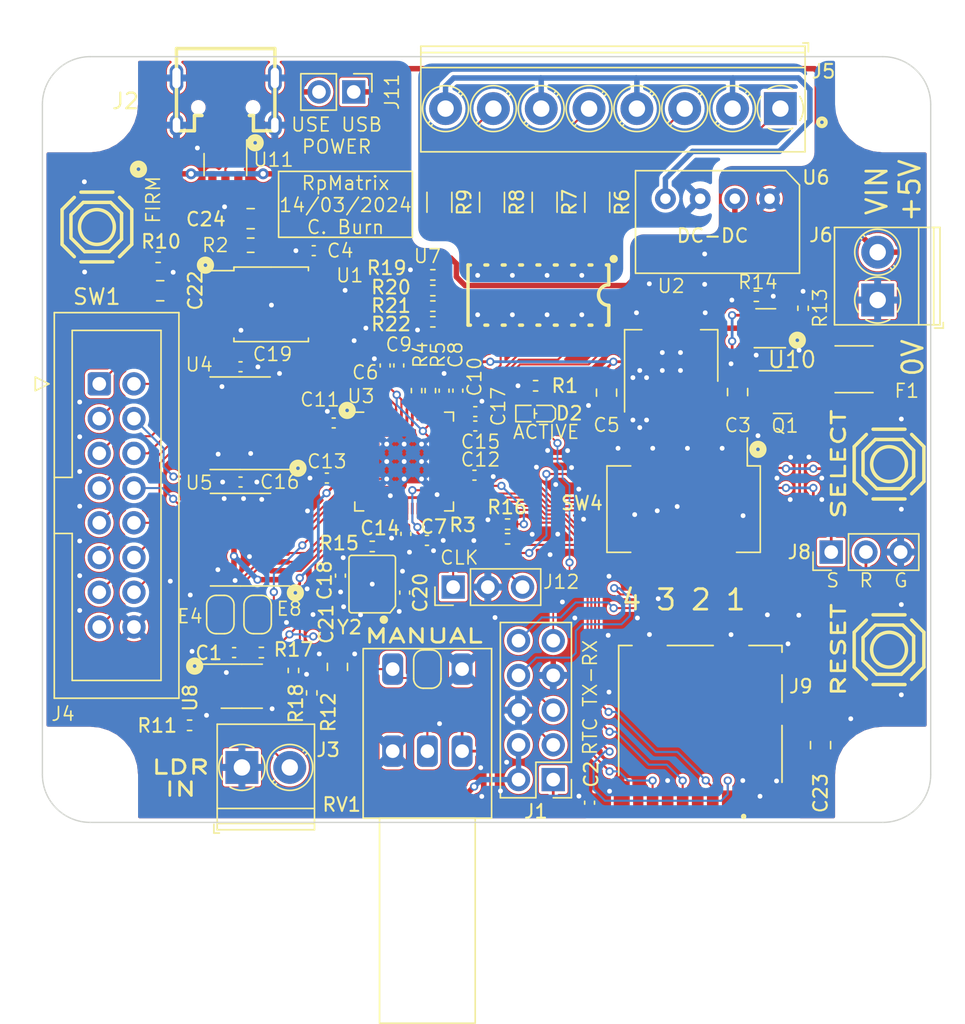
<source format=kicad_pcb>
(kicad_pcb (version 20240108) (generator "pcbnew") (generator_version "8.0")
  (layers (0 "F.Cu" signal) (31 "B.Cu" signal) (34 "B.Paste" user) (35 "F.Paste" user) (36 "B.SilkS" user "B.Silkscreen") (37 "F.SilkS" user "F.Silkscreen") (38 "B.Mask" user) (39 "F.Mask" user) (44 "Edge.Cuts" user))
  (net 0 "")
  (net 1 "+3V3")
  (net 2 "GND")
  (net 3 "+5V")
  (net 4 "+1V1")
  (net 5 "Net-(U3-XIN)")
  (net 6 "Net-(C20-Pad2)")
  (net 7 "Net-(D2-K)")
  (net 8 "LED")
  (net 9 "+5VIn")
  (net 10 "+5VInF")
  (net 11 "VBUS")
  (net 12 "/USB_D-")
  (net 13 "/USB_D+")
  (net 15 "AN0")
  (net 16 "/RGB_R1_OUT")
  (net 17 "/RGB_G1_OUT")
  (net 18 "/RGB_B1_OUT")
  (net 19 "/ADDR_E4_OUT")
  (net 20 "/RGB_R2_OUT")
  (net 21 "/RGB_G2_OUT")
  (net 22 "/RGB_B2_OUT")
  (net 23 "/ADDR_E8_OUT")
  (net 24 "/ADDR_A_OUT")
  (net 25 "/ADDR_B_OUT")
  (net 26 "/ADDR_C_OUT")
  (net 27 "/ADDR_D_OUT")
  (net 28 "/CLOCK_OUT")
  (net 29 "/STROBE_OUT")
  (net 30 "/~{OE_OUT}")
  (net 31 "Opto1")
  (net 32 "HV")
  (net 33 "Opto2")
  (net 34 "Opto3")
  (net 35 "Opto4")
  (net 36 "SW2{slash}CS")
  (net 37 "SW4{slash}MOSI")
  (net 38 "SW3{slash}CLK")
  (net 39 "SW1{slash}MISO")
  (net 40 "/SWCLK")
  (net 41 "/SWD")
  (net 42 "/ADDR_E")
  (net 43 "/ADDR_E4")
  (net 44 "/ADDR_E8")
  (net 45 "PPRpi")
  (net 46 "/QSPI_SS")
  (net 47 "Net-(U3-USB_DP)")
  (net 48 "/USB_DOut+")
  (net 49 "Net-(U3-USB_DM)")
  (net 50 "/USB_DOut-")
  (net 51 "Net-(R6-Pad2)")
  (net 52 "Net-(R7-Pad2)")
  (net 53 "Net-(R8-Pad2)")
  (net 54 "Net-(R9-Pad2)")
  (net 55 "AN2")
  (net 56 "Net-(U10-B1)")
  (net 57 "Net-(U3-XOUT)")
  (net 58 "SDA")
  (net 59 "SCL")
  (net 60 "OptoLv1")
  (net 61 "OptoLv2")
  (net 62 "OptoLv3")
  (net 63 "OptoLv4")
  (net 64 "/~{USB_BOOT}")
  (net 65 "AN1")
  (net 66 "TEST_SW")
  (net 67 "RESET")
  (net 68 "SW5")
  (net 69 "SW6")
  (net 70 "SW7{slash}CD")
  (net 71 "SW8")
  (net 72 "/QSPI_SD1")
  (net 73 "/QSPI_SD2")
  (net 74 "/QSPI_SD0")
  (net 75 "/QSPI_SCLK")
  (net 76 "/QSPI_SD3")
  (net 77 "/RGB_R1")
  (net 78 "/RGB_G1")
  (net 79 "/RGB_B1")
  (net 80 "/RGB_R2")
  (net 81 "/RGB_G2")
  (net 82 "/RGB_B2")
  (net 83 "/ADDR_A")
  (net 84 "/ADDR_B")
  (net 85 "/ADDR_C")
  (net 86 "/ADDR_D")
  (net 87 "/CLOCK")
  (net 88 "/STROBE")
  (net 89 "/~{OE}")
  (net 92 "HV-GND")
  (net 94 "AN3")
  (footprint "Capacitor_SMD:C_0402_1005Metric" (layer "F.Cu") (at 40.04 54.79 90)
    (property "Reference" "C2")
    (property "Value" "100n")
  )
  (footprint "Library:MOLEX_104031-0811" (layer "F.Cu") (at 48.145 48.995)
    (property "Reference" "J9")
    (property "Value" "Micro_SD_Card_Det2")
  )
  (footprint "Jumper:SolderJumper-2_P1.3mm_Bridged_RoundedPad1.0x1.5mm" (layer "F.Cu") (at 15.75 41.03 90)
    (property "Reference" "JP8" (hide yes))
    (property "Value" "Jumper_2_Bridged")
  )
  (footprint "Package_TO_SOT_SMD:SOT-23-6" (layer "F.Cu") (at 13.39 8.12 -90)
    (property "Reference" "U11")
    (property "Value" "USBLC6-2SC6")
  )
  (footprint "Jumper:SolderJumper-2_P1.3mm_Open_RoundedPad1.0x1.5mm" (layer "F.Cu") (at 13.02 41.03 90)
    (property "Reference" "JP4" (hide yes))
    (property "Value" "Jumper_2_Open")
  )
  (footprint "Capacitor_SMD:C_0805_2012Metric" (layer "F.Cu") (at 41.28 24.8 -90)
    (property "Reference" "C5")
    (property "Value" "10u")
  )
  (footprint "My_Footprints:DMMT5401-7-F" (layer "F.Cu") (at 52.93 20.09 180)
    (property "Reference" "U10")
    (property "Value" "DMMT5401-7-F")
  )
  (footprint "Resistor_SMD:R_0402_1005Metric" (layer "F.Cu") (at 52.24 17.75 180)
    (property "Reference" "R14")
    (property "Value" "47K")
  )
  (footprint "TerminalBlock_Phoenix:TerminalBlock_Phoenix_PT-1,5-8-3.5-H_1x08_P3.50mm_Horizontal" (layer "F.Cu") (at 54 4.03 180)
    (property "Reference" "J5")
    (property "Value" "Conn_01x08_Male")
  )
  (footprint "My_Footprints:AM-Pot_01" (layer "F.Cu") (at 28.17 48.02 -90)
    (property "Reference" "RV1")
    (property "Value" "R_Pot+SW" (hide yes))
  )
  (footprint "Resistor_SMD:R_1206_3216Metric" (layer "F.Cu") (at 29.05 10.88 -90)
    (property "Reference" "R9")
    (property "Value" "4.7K")
  )
  (footprint "My_Footprints:SW-SMD_4P-L5.1-W5.1-P3.70-LS6.5-TL-2" (layer "F.Cu") (at 3.99 12.689 -90)
    (property "Reference" "SW1")
    (property "Value" "SW_DIP_x01" (hide yes))
  )
  (footprint "Capacitor_SMD:C_0402_1005Metric" (layer "F.Cu") (at 25.08 22.815 90)
    (property "Reference" "C6")
    (property "Value" "100n")
  )
  (footprint "TerminalBlock_Phoenix:TerminalBlock_Phoenix_PT-1,5-2-3.5-H_1x02_P3.50mm_Horizontal" (layer "F.Cu") (at 61.12 18.03 90)
    (property "Reference" "J6")
    (property "Value" "Conn_01x02_Male")
  )
  (footprint "Resistor_SMD:R_0402_1005Metric" (layer "F.Cu") (at 28.57 17.333333)
    (property "Reference" "R20")
    (property "Value" "2.2K")
  )
  (footprint "Capacitor_SMD:C_0402_1005Metric" (layer "F.Cu") (at 14.03 43.81)
    (property "Reference" "C1")
    (property "Value" "100n")
  )
  (footprint "Resistor_SMD:R_0402_1005Metric" (layer "F.Cu") (at 16.02 43.81)
    (property "Reference" "R17")
    (property "Value" "2.2K")
  )
  (footprint "Package_SO:SOIC-8_5.23x5.23mm_P1.27mm" (layer "F.Cu") (at 16.74 18.345)
    (property "Reference" "U1")
    (property "Value" "W25Q128JVS")
  )
  (footprint "Capacitor_SMD:C_0402_1005Metric" (layer "F.Cu") (at 30.4 24.655 90)
    (property "Reference" "C10")
    (property "Value" "1u")
  )
  (footprint "Resistor_SMD:R_0402_1005Metric" (layer "F.Cu") (at 18.37 45.12 90)
    (property "Reference" "R18")
    (property "Value" "2.2K")
  )
  (footprint "Resistor_SMD:R_1206_3216Metric" (layer "F.Cu") (at 36.75 10.88 -90)
    (property "Reference" "R7")
    (property "Value" "4.7K")
  )
  (footprint "Capacitor_SMD:C_0805_2012Metric" (layer "F.Cu") (at 15.24 12.08 180)
    (property "Reference" "C24")
    (property "Value" "10u")
  )
  (footprint "Package_TO_SOT_SMD:SOT-223-3_TabPin2" (layer "F.Cu") (at 46.01 22.11 90)
    (property "Reference" "U2")
    (property "Value" "Voltage Regulator Fixed 3.3V")
  )
  (footprint "My_Footprints:SW-SMD_4P-L5.1-W5.1-P3.70-LS6.5-TL-2" (layer "F.Cu") (at 61.951 30.0275 -90)
    (property "Reference" "SW2" (hide yes))
    (property "Value" "SW_DIP_x01" (hide yes))
  )
  (footprint "Capacitor_SMD:C_0402_1005Metric" (layer "F.Cu") (at 20.81738 31.05 180)
    (property "Reference" "C13")
    (property "Value" "100n")
  )
  (footprint "Resistor_SMD:R_0402_1005Metric" (layer "F.Cu") (at 36.089 24.3 180)
    (property "Reference" "R1")
    (property "Value" "1k")
  )
  (footprint "Capacitor_SMD:C_0402_1005Metric" (layer "F.Cu") (at 31.675 26.19)
    (property "Reference" "C17")
    (property "Value" "100n")
  )
  (footprint "Resistor_SMD:R_0402_1005Metric" (layer "F.Cu") (at 55.66 18.63 -90)
    (property "Reference" "R13")
    (property "Value" "10K")
  )
  (footprint "Capacitor_SMD:C_0402_1005Metric" (layer "F.Cu") (at 31.675 27.24)
    (property "Reference" "C15")
    (property "Value" "100n")
  )
  (footprint "Capacitor_SMD:C_0402_1005Metric" (layer "F.Cu") (at 19.855 14.42 180)
    (property "Reference" "C4")
    (property "Value" "100n")
  )
  (footprint "Capacitor_SMD:C_0402_1005Metric" (layer "F.Cu") (at 21.81 38.185 90)
    (property "Reference" "C18")
    (property "Value" "30p")
  )
  (footprint "Capacitor_SMD:C_0402_1005Metric" (layer "F.Cu") (at 14.4975 31.34)
    (property "Reference" "C16")
    (property "Value" "100n")
  )
  (footprint "Resistor_SMD:R_0402_1005Metric" (layer "F.Cu") (at 19.71 46.76 -90)
    (property "Reference" "R12")
    (property "Value" "2.2K")
  )
  (footprint "MountingHole:MountingHole_3.2mm_M3" (layer "F.Cu") (at 3.5 52.73)
    (property "Reference" "H4" (hide yes))
    (property "Value" "MountingHole")
  )
  (footprint "Resistor_SMD:R_0402_1005Metric" (layer "F.Cu") (at 24.135 36.05)
    (property "Reference" "R15")
    (property "Value" "1k")
  )
  (footprint "Connector_PinHeader_2.54mm:PinHeader_1x03_P2.54mm_Vertical" (layer "F.Cu") (at 57.72 36.46 90)
    (property "Reference" "J8")
    (property "Value" "Conn_01x03_Male")
  )
  (footprint "My_Footprints:MICRO-USB-SMD_MICRO-USB-A17" (layer "F.Cu") (at 13.41 3.515 90)
    (property "Reference" "J2")
    (property "Value" "USB_B_Micro" (hide yes))
  )
  (footprint "Capacitor_SMD:C_0805_2012Metric" (layer "F.Cu") (at 8.62 17.35)
    (property "Reference" "C22")
    (property "Value" "10u")
  )
  (footprint "Package_SO:TSSOP-20_4.4x6.5mm_P0.65mm" (layer "F.Cu") (at 14.4975 35.555 180)
    (property "Reference" "U5")
    (property "Value" "74HCT245")
  )
  (footprint "Jumper:SolderJumper-2_P1.3mm_Open_RoundedPad1.0x1.5mm" (layer "F.Cu") (at 28.17 45.02 -90)
    (property "Reference" "JP1" (hide yes))
    (property "Value" "Jumper_2_Open")
  )
  (footprint "My_Footprints:SW-SMD_4P-L5.1-W5.1-P3.70-LS6.5-TL-2" (layer "F.Cu") (at 61.951 43.6 -90)
    (property "Reference" "SW3" (hide yes))
    (property "Value" "SW_DIP_x01" (hide yes))
  )
  (footprint "Resistor_SMD:R_0402_1005Metric" (layer "F.Cu") (at 28.57 16.19)
    (property "Reference" "R19")
    (property "Value" "2.2K")
  )
  (footprint "My_Footprints:LED0603-R-RD" (layer "F.Cu") (at 36.089 26.33 180)
    (property "Reference" "D2")
    (property "Value" "Red LED 0603")
  )
  (footprint "Package_TO_SOT_SMD:SOT-23" (layer "F.Cu") (at 54.1475 24.76)
    (property "Reference" "Q1")
    (property "Value" "DMG2305UX")
  )
  (footprint "Capacitor_SMD:C_0805_2012Metric" (layer "F.Cu") (at 50.87 24.76 90)
    (property "Reference" "C3")
    (property "Value" "10u")
  )
  (footprint "Connector_PinHeader_2.54mm:PinHeader_1x02_P2.54mm_Vertical" (layer "F.Cu") (at 22.78 2.81 -90)
    (property "Reference" "J11")
    (property "Value" "Conn_01x02_Male")
  )
  (footprint "Resistor_SMD:R_0402_1005Metric" (layer "F.Cu") (at 34.04 34.42 180)
    (property "Reference" "R16")
    (property "Value" "2.2K")
  )
  (footprint "Resistor_SMD:R_1206_3216Metric" (layer "F.Cu") (at 32.9 10.88 -90)
    (property "Reference" "R8")
    (property "Value" "4.7K")
  )
  (footprint "Button_Switch_SMD:SW_DIP_SPSTx04_Slide_Omron_A6S-410x_W8.9mm_P2.54mm" (layer "F.Cu") (at 46.92 33.32 -90)
    (property "Reference" "SW4")
    (property "Value" "Conn_01x04_Male")
  )
  (footprint "MountingHole:MountingHole_3.2mm_M3" (layer "F.Cu") (at 61.5 52.73)
    (property "Reference" "H2" (hide yes))
    (property "Value" "MountingHole")
  )
  (footprint "Resistor_SMD:R_0402_1005Metric" (layer "F.Cu") (at 8.47 14.905)
    (property "Reference" "R10")
    (property "Value" "1k")
  )
  (footprint "Resistor_SMD:R_0603_1608Metric" (layer "F.Cu") (at 15.24 14.02 180)
    (property "Reference" "R2")
    (property "Value" "DNF")
  )
  (footprint "Resistor_SMD:R_1206_3216Metric" (layer "F.Cu") (at 40.6 10.88 -90)
    (property "Reference" "R6")
    (property "Value" "4.7K")
  )
  (footprint "Capacitor_SMD:C_0402_1005Metric" (layer "F.Cu") (at 29.393332 24.655 90)
    (property "Reference" "C8")
    (property "Value" "1u")
  )
  (footprint "Capacitor_SMD:C_0402_1005Metric" (layer "F.Cu") (at 26.08 22.815 90)
    (property "Reference" "C9")
    (property "Value" "100n")
  )
  (footprint "Resistor_SMD:R_0402_1005Metric" (layer "F.Cu") (at 27.38 24.655 -90)
    (property "Reference" "R4")
    (property "Value" "27")
  )
  (footprint "Capacitor_SMD:C_0402_1005Metric" (layer "F.Cu") (at 26.6 35.13 -90)
    (property "Reference" "C14")
    (property "Value" "100n")
  )
  (footprint "Resistor_SMD:R_0402_1005Metric" (layer "F.Cu") (at 28.57 18.476666)
    (property "Reference" "R21")
    (property "Value" "2.2K")
  )
  (footprint "Resistor_SMD:R_0402_1005Metric" (layer "F.Cu") (at 34.04 35.49 180)
    (property "Reference" "R3")
    (property "Value" "2.2K")
  )
  (footprint "Capacitor_SMD:C_0402_1005Metric" (layer "F.Cu") (at 21.31738 27.02 180)
    (property "Reference" "C11")
    (property "Value" "100n")
  )
  (footprint "RP2040_minimal:RP2040-QFN-56" (layer "F.Cu") (at 26.47 29.84)
    (property "Reference" "U3")
    (property "Value" "RP2040")
  )
  (footprint "Capacitor_SMD:C_0402_1005Metric" (layer "F.Cu") (at 26.51 39.425 -90)
    (property "Reference" "C20")
    (property "Value" "30p")
  )
  (footprint "Connector_IDC:IDC-Header_2x08_P2.54mm_Vertical" (layer "F.Cu") (at 4.16 24.16)
    (property "Reference" "J4")
    (property "Value" "Conn_02x08_Odd_Even")
  )
  (footprint "EasyEDA:SOP-16_L10.3-W4.4-P1.27-LS7.0-BL" (layer "F.Cu") (at 36.295 17.665 180)
    (property "Reference" "U7")
    (property "Value" "OPTO-TRANSISTOR-4" (hide yes))
  )
  (footprint "Package_SO:TSSOP-20_4.4x6.5mm_P0.65mm" (layer "F.Cu") (at 14.47 27.04 180)
    (property "Reference" "U4")
    (property "Value" "74HCT245")
  )
  (footprint "Capacitor_SMD:C_0402_1005Metric" (layer "F.Cu") (at 31.615 30.84)
    (property "Reference" "C12")
    (property "Value" "100n")
  )
  (footprint "Connector_PinHeader_2.54mm:PinHeader_1x03_P2.54mm_Vertical" (layer "F.Cu") (at 30.055 39.02 90)
    (property "Reference" "J12")
    (property "Value" "Conn_01x03_Male")
  )
  (footprint "Capacitor_SMD:C_0805_2012Metric" (layer "F.Cu") (at 21.59 44.86 90)
    (property "Reference" "C21")
    (property "Value" "10u")
  )
  (footprint "Capacitor_SMD:C_0805_2012Metric" (layer "F.Cu") (at 56.94 50.58 -90)
    (property "Reference" "C23")
    (property "Value" "10u")
  )
  (footprint "Package_SO:VSSOP-10_3x3mm_P0.5mm" (layer "F.Cu") (at 14.59 46.27)
    (property "Reference" "U8")
    (property "Value" "ADS1115IDGS")
  )
  (footprint "Resistor_SMD:R_0402_1005Metric" (layer "F.Cu") (at 10.77 49.13)
    (property "Reference" "R11")
    (property "Value" "2.2K")
  )
  (footprint "MountingHole:MountingHole_3.2mm_M3" (layer "F.Cu") (at 61.5 3.73)
    (property "Reference" "H1" (hide yes))
    (property "Value" "MountingHole")
  )
  (footprint "Capacitor_SMD:C_0402_1005Metric" (layer "F.Cu") (at 28.14 35.61)
    (property "Reference" "C7")
    (property "Value" "100n")
  )
  (footprint "MountingHole:MountingHole_3.2mm_M3" (layer "F.Cu") (at 3.5 3.73)
    (property "Reference" "H3" (hide yes))
    (property "Value" "MountingHole")
  )
  (footprint "Connector_PinHeader_2.54mm:PinHeader_2x05_P2.54mm_Vertical" (layer "F.Cu") (at 37.38 53.1 180)
    (property "Reference" "J1")
    (property "Value" "Conn_02x05_Odd_Even")
  )
  (footprint "Resistor_SMD:R_0402_1005Metric" (layer "F.Cu") (at 28.386666 24.655 -90)
    (property "Reference" "R5")
    (property "Value" "27")
  )
  (footprint "TerminalBlock_Phoenix:TerminalBlock_Phoenix_PT-1,5-2-3.5-H_1x02_P3.50mm_Horizontal" (layer "F.Cu") (at 14.6 52.21)
    (property "Reference" "J3")
    (property "Value" "Conn_01x02_Male")
  )
  (footprint "My_Footprints:IL-DC-DC-XP" (layer "F.Cu") (at 49.4 10.62)
    (property "Reference" "U6")
    (property "Value" "IL_DC-DC")
  )
  (footprint "Resistor_SMD:R_0402_1005Metric" (layer "F.Cu") (at 28.57 19.62)
    (property "Reference" "R22")
    (property "Value" "2.2K")
  )
  (footprint "My_Footprints:Crystal YSX321SL" (layer "F.Cu") (at 24.135 38.805 90)
    (property "Reference" "Y2")
    (property "Value" "Crystal_GND24" (hide yes))
  )
  (footprint "Capacitor_SMD:C_0402_1005Metric" (layer "F.Cu") (at 14.4975 22.91)
    (property "Reference" "C19")
    (property "Value" "100n")
  )
  (footprint "Fuse:Fuse_1812_4532Metric" (layer "F.Cu") (at 59.3925 23.09125)
    (property "Reference" "F1")
    (property "Value" "750mA")
  )
  (gr_circle (center 11.93 15.48) (end 12.06 15.5) (stroke (width 0.5)) (fill none) (layer "F.SilkS"))
  (gr_circle (center 15.568471 6.53) (end 15.698471 6.55) (stroke (width 0.5)) (fill none) (layer "F.SilkS"))
  (gr_circle (center 52.36 28.95) (end 52.49 28.97) (stroke (width 0.5)) (fill none) (layer "F.SilkS"))
  (gr_circle (center 7.03 8.46) (end 7.16 8.48) (stroke (width 0.5)) (fill none) (layer "F.SilkS"))
  (gr_circle (center 55.24 20.97) (end 55.37 20.99) (stroke (width 0.5)) (fill none) (layer "F.SilkS"))
  (gr_rect (start 17.285 8.62) (end 27.075 13.44) (stroke (width 0.12)) (fill none) (layer "F.SilkS"))
  (gr_circle (center 18.51 39.44) (end 18.64 39.46) (stroke (width 0.5)) (fill none) (layer "F.SilkS"))
  (gr_circle (center 22.298471 26.1) (end 22.428471 26.12) (stroke (width 0.5)) (fill none) (layer "F.SilkS"))
  (gr_circle (center 57.04 5.03) (end 56.909616 5.03) (stroke (width 0.3)) (fill none) (layer "F.SilkS"))
  (gr_circle (center 18.7 30.33) (end 18.83 30.35) (stroke (width 0.5)) (fill none) (layer "F.SilkS"))
  (gr_circle (center 11.14 44.8) (end 11.27 44.82) (stroke (width 0.5)) (fill none) (layer "F.SilkS"))
  (gr_line (start 65 3.73) (end 65 52.73) (stroke (width 0.1)) (layer "Edge.Cuts"))
  (gr_line (start 0 52.73) (end 0 3.73) (stroke (width 0.1)) (layer "Edge.Cuts"))
  (gr_arc (start 61.5 0.23) (mid 63.974874 1.255126) (end 65 3.73) (stroke (width 0.1)) (layer "Edge.Cuts"))
  (gr_line (start 61.5 56.23) (end 3.5 56.23) (stroke (width 0.1)) (layer "Edge.Cuts"))
  (gr_arc (start 65 52.73) (mid 63.974874 55.204874) (end 61.5 56.23) (stroke (width 0.1)) (layer "Edge.Cuts"))
  (gr_arc (start 3.5 56.23) (mid 1.025126 55.204874) (end 0 52.73) (stroke (width 0.1)) (layer "Edge.Cuts"))
  (gr_line (start 3.5 0.23) (end 61.5 0.23) (stroke (width 0.1)) (layer "Edge.Cuts"))
  (gr_arc (start 0 3.73) (mid 1.025126 1.255126) (end 3.5 0.23) (stroke (width 0.1)) (layer "Edge.Cuts"))
  (gr_text "1" (at 50.73 39.95 0) (layer "F.SilkS") (effects (font (size 1.5 1.5) (thickness 0.2))))
  (gr_text "E8" (at 17.05 40.61 0) (layer "F.SilkS") (effects (font (size 1 1) (thickness 0.12)) (justify left)))
  (gr_text "CLK" (at 29.02 36.87 0) (layer "F.SilkS") (effects (font (size 1 1) (thickness 0.12)) (justify left)))
  (gr_text "SELECT" (at 58.26 30.0275 90) (layer "F.SilkS") (effects (font (size 1 1.5) (thickness 0.2) (bold yes))))
  (gr_text "LDR\nIN" (at 10.11 53 0) (layer "F.SilkS") (effects (font (size 1 1.5) (thickness 0.2) (bold yes))))
  (gr_text "MANUAL" (at 27.91 42.6 0) (layer "F.SilkS") (effects (font (size 1 1.5) (thickness 0.2) (bold yes))))
  (gr_text "E4" (at 9.79 41.16 0) (layer "F.SilkS") (effects (font (size 1 1) (thickness 0.12)) (justify left)))
  (gr_text "S" (at 57.279048 38.53625 0) (layer "F.SilkS") (effects (font (size 1 1) (thickness 0.12)) (justify left)))
  (gr_text "3" (at 45.65 39.95 0) (layer "F.SilkS") (effects (font (size 1.5 1.5) (thickness 0.2))))
  (gr_text "RESET" (at 58.26 43.6 90) (layer "F.SilkS") (effects (font (size 1 1.5) (thickness 0.2) (bold yes))))
  (gr_text "ACTIVE" (at 36.86 27.68 0) (layer "F.SilkS") (effects (font (size 1 1) (thickness 0.12))))
  (gr_text "0V" (at 63.69 22.26 90) (layer "F.SilkS") (effects (font (size 1.5 1.5) (thickness 0.2))))
  (gr_text "R" (at 59.7 38.53625 0) (layer "F.SilkS") (effects (font (size 1 1) (thickness 0.12)) (justify left)))
  (gr_text "2" (at 48.19 39.95 0) (layer "F.SilkS") (effects (font (size 1.5 1.5) (thickness 0.2))))
  (gr_text "G" (at 62.24 38.53625 0) (layer "F.SilkS") (effects (font (size 1 1) (thickness 0.12)) (justify left)))
  (gr_text "RTC TX-RX" (at 40.08 47.1 90) (layer "F.SilkS") (effects (font (size 1 1) (thickness 0.12))))
  (gr_text "VIN\n+5V" (at 62.27 10.03 90) (layer "F.SilkS") (effects (font (size 1.5 1.5) (thickness 0.2))))
  (gr_text "FIRM" (at 8.11 10.69 90) (layer "F.SilkS") (effects (font (size 1 1) (thickness 0.12))))
  (gr_text "4" (at 43.11 39.95 0) (layer "F.SilkS") (effects (font (size 1.5 1.5) (thickness 0.2))))
  (gr_text "DC-DC\n" (at 49.04 13.32 0) (layer "F.SilkS") (effects (font (size 1 1))))
  (gr_text "USE USB\nPOWER" (at 21.53 6.01 0) (layer "F.SilkS") (effects (font (size 1 1) (thickness 0.12))))
  (gr_text "RpMatrix\n14/03/2024\nC. Burn" (at 22.18 11.09 0) (layer "F.SilkS") (effects (font (size 1 1) (thickness 0.12))))
  (segment (start 29.91 26.19) (end 31.19 26.19) (width 0.2) (layer "F.Cu") (net 1))
  (segment (start 26.92 21.679948) (end 26.92 23.150002) (width 0.2) (layer "F.Cu") (net 1))
  (segment (start 29.07 31.124264) (end 27.714264 32.48) (width 0.2) (layer "F.Cu") (net 1))
  (segment (start 40.04 55.27) (end 37.39 55.27) (width 0.2) (layer "F.Cu") (net 1))
  (segment (start 15.34 46.27) (end 15.34 47.66) (width 0.2) (layer "F.Cu") (net 1))
  (segment (start 23.0325 27.24) (end 22.45 27.24) (width 0.2) (layer "F.Cu") (net 1))
  (segment (start 22.45 27.24) (end 22.23 27.02) (width 0.2) (layer "F.Cu") (net 1))
  (segment (start 54.1 38.57) (end 56.94 41.41) (width 0.2) (layer "F.Cu") (net 1))
  (segment (start 26.67 32.48) (end 26.67 33.2775) (width 0.2) (layer "F.Cu") (net 1))
  (segment (start 23.82 21.12) (end 26.360052 21.12) (width 0.2) (layer "F.Cu") (net 1))
  (segment (start 26.67 24.45) (end 26.67 26.4025) (width 0.15) (layer "F.Cu") (net 1))
  (segment (start 23.84 27.25) (end 23.84 30.84) (width 0.2) (layer "F.Cu") (net 1))
  (segment (start 23.84 31.29) (end 24.27 31.72) (width 0.2) (layer "F.Cu") (net 1))
  (segment (start 28.79 27.24) (end 29.07 27.24) (width 0.2) (layer "F.Cu") (net 1))
  (segment (start 53.34 27.21) (end 55.41 29.28) (width 0.2) (layer "F.Cu") (net 1))
  (segment (start 55.37 51) (end 56.74 49.63) (width 0.2) (layer "F.Cu") (net 1))
  (segment (start 26.97 18.47) (end 26.97 17.33) (width 0.2) (layer "F.Cu") (net 1))
  (segment (start 46.01 18.96) (end 46.01 25.26) (width 0.2) (layer "F.Cu") (net 1))
  (segment (start 32.32 51.02) (end 30.71 51.02) (width 0.2) (layer "F.Cu") (net 1))
  (segment (start 15.51 43.81) (end 15.51 43.02) (width 0.2) (layer "F.Cu") (net 1))
  (segment (start 15.51 43.02) (end 13.55 43.02) (width 0.2) (layer "F.Cu") (net 1))
  (segment (start 29.6 48.15) (end 30.71 49.26) (width 0.2) (layer "F.Cu") (net 1))
  (segment (start 16.79 46.27) (end 18.37 46.27) (width 0.2) (layer "F.Cu") (net 1))
  (segment (start 27.714264 32.48) (end 26.67 32.48) (width 0.2) (layer "F.Cu") (net 1))
  (segment (start 32.8 54.63) (end 32.8 51.5) (width 0.2) (layer "F.Cu") (net 1))
  (segment (start 26.360052 21.12) (end 26.92 21.679948) (width 0.2) (layer "F.Cu") (net 1))
  (segment (start 26.770002 23.3) (end 26.08 23.3) (width 0.2) (layer "F.Cu") (net 1))
  (segment (start 26.99 27.24) (end 27.07 27.16) (width 0.2) (layer "F.Cu") (net 1))
  (segment (start 22.98 20.28) (end 23.82 21.12) (width 0.2) (layer "F.Cu") (net 1))
  (segment (start 55.41 29.28) (end 55.41 32.96) (width 0.2) (layer "F.Cu") (net 1))
  (segment (start 31.19 26.19) (end 31.19 23.595) (width 0.2) (layer "F.Cu") (net 1))
  (segment (start 26.97 17.33) (end 26.97 16.75) (width 0.2) (layer "F.Cu") (net 1))
  (segment (start 25.91 31.72) (end 26.67 32.48) (width 0.2) (layer "F.Cu") (net 1))
  (segment (start 26.67 26.4025) (end 26.67 27.24) (width 0.2) (layer "F.Cu") (net 1))
  (segment (start 21.30238 31.635142) (end 21.30238 31.05) (width 0.2) (layer "F.Cu") (net 1))
  (segment (start 16.74 46.27) (end 15.34 46.27) (width 0.2) (layer "F.Cu") (net 1))
  (segment (start 41.02 55.27) (end 40.04 55.27) (width 0.2) (layer "F.Cu") (net 1))
  (segment (start 26.08 23.86) (end 26.67 24.45) (width 0.15) (layer "F.Cu") (net 1))
  (segment (start 47.95 54.445) (end 47.95 55.73) (width 0.2) (layer "F.Cu") (net 1))
  (segment (start 30.4 26.19) (end 30.4 25.14) (width 0.2) (layer "F.Cu") (net 1))
  (segment (start 29.07 27.24) (end 29.07 26.4025) (width 0.2) (layer "F.Cu") (net 1))
  (segment (start 16.24 43.02) (end 17.2 42.06) (width 0.2) (layer "F.Cu") (net 1))
  (segment (start 37.39 55.27) (end 33.44 55.27) (width 0.2) (layer "F.Cu") (net 1))
  (segment (start 13.55 43.81) (end 13.55 43.02) (width 0.2) (layer "F.Cu") (net 1))
  (segment (start 18.37 46.27) (end 19.69 46.27) (width 0.2) (layer "F.Cu") (net 1))
  (segment (start 26.67 33.2775) (end 26.67 34.05) (width 0.2) (layer "F.Cu") (net 1))
  (segment (start 23.83 27.24) (end 23.84 27.25) (width 0.2) (layer "F.Cu") (net 1))
  (segment (start 23.83 27.24) (end 26.99 27.24) (width 0.2) (layer "F.Cu") (net 1))
  (segment (start 46.01 25.26) (end 46.01 26.52) (width 0.2) (layer "F.Cu") (net 1))
  (segment (start 10.26 45.37) (end 10.26 49.13) (width 0.2) (layer "F.Cu") (net 1))
  (segment (start 41.48 55.73) (end 41.02 55.27) (width 0.2) (layer "F.Cu") (net 1))
  (segment (start 26.67 34.05) (end 26.6 34.12) (width 0.2) (layer "F.Cu") (net 1))
  (segment (start 21.85 31.05) (end 22.06 30.84) (width 0.2) (layer "F.Cu") (net 1))
  (segment (start 20.788761 32.148761) (end 21.30238 31.635142) (width 0.2) (layer "F.Cu") (net 1))
  (segment (start 15.51 43.02) (end 16.24 43.02) (width 0.2) (layer "F.Cu") (net 1))
  (segment (start 31.4 31.62) (end 33.59 31.62) (width 0.15) (layer "F.Cu") (net 1))
  (segment (start 31.135 30.84) (end 31.135 31.355) (width 0.15) (layer "F.Cu") (net 1))
  (segment (start 28.06 17.333333) (end 26.973333 17.333333) (width 0.15) (layer "F.Cu") (net 1))
  (segment (start 41.21 23.11) (end 41.21 23.7925) (width 0.2) (layer "F.Cu") (net 1))
  (segment (start 41.78 22.54) (end 46.01 22.54) (width 0.2) (layer "F.Cu") (net 1))
  (segment (start 41.78 22.54) (end 41.21 23.11) (width 0.2) (layer "F.Cu") (net 1))
  (segment (start 16.0275 15.0075) (end 16.0275 14.02) (width 0.2) (layer "F.Cu") (net 1))
  (segment (start 23.0325 27.24) (end 23.83 27.24) (width 0.2) (layer "F.Cu") (net 1))
  (segment (start 15.34 47.66) (end 16.26 48.58) (width 0.2) (layer "F.Cu") (net 1))
  (segment (start 33.44 55.27) (end 32.8 54.63) (width 0.2) (layer "F.Cu") (net 1))
  (segment (start 56.94 41.41) (end 56.94 49.63) (width 0.2) (layer "F.Cu") (net 1))
  (segment (start 21.61 15.23) (end 22.98 16.6) (width 0.2) (layer "F.Cu") (net 1))
  (segment (start 15.51 44.55) (end 15.51 43.81) (width 0.2) (layer "F.Cu") (net 1))
  (segment (start 27.07 27.16) (end 27.07 26.4025) (width 0.2) (layer "F.Cu") (net 1))
  (segment (start 46.7 27.21) (end 53.34 27.21) (width 0.2) (layer "F.Cu") (net 1))
  (segment (start 18.830183 38.789817) (end 18.830183 38.3545) (width 0.2) (layer "F.Cu") (net 1))
  (segment (start 24.27 31.72) (end 25.91 31.72) (width 0.2) (layer "F.Cu") (net 1))
  (segment (start 22.98 16.6) (end 22.98 20.28) (width 0.2) (layer "F.Cu") (net 1))
  (segment (start 47.95 55.73) (end 55.01 55.73) (width 0.2) (layer "F.Cu") (net 1))
  (segment (start 13.55 43.02) (end 12.61 43.02) (width 0.2) (layer "F.Cu") (net 1))
  (segment (start 37.38 55.26) (end 37.38 53.1) (width 0.2) (layer "F.Cu") (net 1))
  (segment (start 16.26 48.58) (end 17.29 48.58) (width 0.2) (layer "F.Cu") (net 1))
  (segment (start 37.39 55.27) (end 37.38 55.26) (width 0.2) (layer "F.Cu") (net 1))
  (segment (start 20.24 46.25) (end 20.68 45.81) (width 0.2) (layer "F.Cu") (net 1))
  (segment (start 55.01 55.73) (end 55.37 55.37) (width 0.2) (layer "F.Cu") (net 1))
  (segment (start 32.245 22.54) (end 31.19 23.595) (width 0.2) (layer "F.Cu") (net 1))
  (segment (start 12.61 43.02) (end 10.26 45.37) (width 0.2) (layer "F.Cu") (net 1))
  (segment (start 55.37 55.37) (end 55.37 51) (width 0.2) (layer "F.Cu") (net 1))
  (segment (start 29.6975 26.4025) (end 29.91 26.19) (width 0.2) (layer "F.Cu") (net 1))
  (segment (start 32.8 51.5) (end 32.32 51.02) (width 0.2) (layer "F.Cu") (net 1))
  (segment (start 17.29 48.58) (end 17.72 48.15) (width 0.2) (layer "F.Cu") (net 1))
  (segment (start 20.33 15.23) (end 21.61 15.23) (width 0.2) (layer "F.Cu") (net 1))
  (segment (start 30.71 49.26) (end 30.71 51.02) (width 0.2) (layer "F.Cu") (net 1))
  (segment (start 23.84 30.84) (end 23.84 31.29) (width 0.2) (layer "F.Cu") (net 1))
  (segment (start 20.33 15.23) (end 17.55 15.23) (width 0.2) (layer "F.Cu") (net 1))
  (segment (start 20.33 15.23) (end 20.33 14.43) (width 0.2) (layer "F.Cu") (net 1))
  (segment (start 29.07 27.24) (end 29.07 30.84) (width 0.2) (layer "F.Cu") (net 1))
  (segment (start 26.97 18.95) (end 26.97 18.47) (width 0.2) (layer "F.Cu") (net 1))
  (segment (start 28.67 27.12) (end 28.79 27.24) (width 0.2) (layer "F.Cu") (net 1))
  (segment (start 18.37 45.63) (end 18.37 46.27) (width 0.2) (layer "F.Cu") (net 1))
  (segment (start 27.53 16.19) (end 28.06 16.19) (width 0.2) (layer "F.Cu") (net 1))
  (segment (start 26.97 16.75) (end 27.53 16.19) (width 0.2) (layer "F.Cu") (net 1))
  (segment (start 16.19 12.08) (end 16.91 12.08) (width 0.2) (layer "F.Cu") (net 1))
  (segment (start 20.68 45.81) (end 21.59 45.81) (width 0.2) (layer "F.Cu") (net 1))
  (segment (start 54.1 34.27) (end 54.1 38.57) (width 0.2) (layer "F.Cu") (net 1))
  (segment (start 29.9075 30.84) (end 31.13 30.84) (width 0.2) (layer "F.Cu") (net 1))
  (segment (start 56.74 49.63) (end 56.94 49.63) (width 0.2) (layer "F.Cu") (net 1))
  (segment (start 28.06 20.52) (end 28.06 19.62) (width 0.2) (layer "F.Cu") (net 1))
  (segment (start 31.135 23.595) (end 28.06 20.52) (width 0.2) (layer "F.Cu") (net 1))
  (segment (start 17.2 40.42) (end 18.830183 38.789817) (width 0.2) (layer "F.Cu") (net 1))
  (segment (start 16.91 12.08) (end 17.55 12.72) (width 0.2) (layer "F.Cu") (net 1))
  (segment (start 15.34 46.27) (end 15.34 44.72) (width 0.2) (layer "F.Cu") (net 1))
  (segment (start 17.2 42.06) (end 17.2 40.42) (width 0.2) (layer "F.Cu") (net 1))
  (segment (start 28.06 18.476666) (end 26.976666 18.476666) (width 0.15) (layer "F.Cu") (net 1))
  (segment (start 17.55 12.72) (end 17.55 15.23) (width 0.2) (layer "F.Cu") (net 1))
  (segment (start 29.9075 30.84) (end 29.07 30.84) (width 0.2) (layer "F.Cu") (net 1))
  (segment (start 26.976666 18.476666) (end 26.97 18.47) (width 0.15) (layer "F.Cu") (net 1))
  (segment (start 26.08 23.3) (end 26.08 23.86) (width 0.15) (layer "F.Cu") (net 1))
  (segment (start 29.9075 27.24) (end 31.19 27.24) (width 0.2) (layer "F.Cu") (net 1))
  (segment (start 17.72 48.15) (end 29.6 48.15) (width 0.2) (layer "F.Cu") (net 1))
  (segment (start 17.55 15.23) (end 16.25 15.23) (width 0.2) (layer "F.Cu") (net 1))
  (segment (start 27.64 19.62) (end 26.97 18.95) (width 0.2) (layer "F.Cu") (net 1))
  (segment (start 29.9075 27.24) (end 29.07 27.24) (width 0.2) (layer "F.Cu") (net 1))
  (segment (start 47.95 55.73) (end 41.48 55.73) (width 0.2) (layer "F.Cu") (net 1))
  (segment (start 31.135 31.355) (end 31.4 31.62) (width 0.15) (layer "F.Cu") (net 1))
  (segment (start 28.06 19.62) (end 27.64 19.62) (width 0.2) (layer "F.Cu") (net 1))
  (segment (start 26.6 34.12) (end 26.6 34.65) (width 0.2) (layer "F.Cu") (net 1))
  (segment (start 16.25 15.23) (end 16.0275 15.0075) (width 0.2) (layer "F.Cu") (net 1))
  (segment (start 26.973333 17.333333) (end 26.97 17.33) (width 0.15) (layer "F.Cu") (net 1))
  (segment (start 22.06 30.84) (end 23.0325 30.84) (width 0.2) (layer "F.Cu") (net 1))
  (segment (start 21.30238 31.05) (end 21.85 31.05) (width 0.2) (layer "F.Cu") (net 1))
  (segment (start 22.23 27.02) (end 21.80238 27.02) (width 0.2) (layer "F.Cu") (net 1))
  (segment (start 23.0325 30.84) (end 23.84 30.84) (width 0.2) (layer "F.Cu") (net 1))
  (segment (start 46.01 26.52) (end 46.7 27.21) (width 0.2) (layer "F.Cu") (net 1))
  (segment (start 34.55 34.42) (end 34.55 35.49) (width 0.15) (layer "F.Cu") (net 1))
  (segment (start 29.07 30.84) (end 29.07 31.124264) (width 0.2) (layer "F.Cu") (net 1))
  (segment (start 32.77 22.54) (end 32.245 22.54) (width 0.2) (layer "F.Cu") (net 1))
  (segment (start 26.92 23.150002) (end 26.770002 23.3) (width 0.2) (layer "F.Cu") (net 1))
  (segment (start 29.07 26.4025) (end 29.6975 26.4025) (width 0.2) (layer "F.Cu") (net 1))
  (segment (start 28.67 26.4025) (end 28.67 27.12) (width 0.2) (layer "F.Cu") (net 1))
  (segment (start 19.71 46.25) (end 20.24 46.25) (width 0.2) (layer "F.Cu") (net 1))
  (segment (start 20.34 16.44) (end 20.34 15.23) (width 0.2) (layer "F.Cu") (net 1))
  (segment (start 35.23 34.42) (end 34.55 34.42) (width 0.15) (layer "F.Cu") (net 1))
  (segment (start 55.41 32.96) (end 54.1 34.27) (width 0.2) (layer "F.Cu") (net 1))
  (segment (start 15.34 44.72) (end 15.51 44.55) (width 0.2) (layer "F.Cu") (net 1))
  (via (at 33.59 31.62) (size 0.6) (drill 0.35) (layers "F.Cu" "B.Cu") (net 1))
  (via (at 41.78 22.54) (size 0.6) (drill 0.35) (layers "F.Cu" "B.Cu") (net 1))
  (via (at 32.77 22.54) (size 0.6) (drill 0.35) (layers "F.Cu" "B.Cu") (net 1))
  (via (at 18.830183 38.3545) (size 0.6) (drill 0.35) (layers "F.Cu" "B.Cu") (net 1))
  (via (at 35.23 34.42) (size 0.6) (drill 0.35) (layers "F.Cu" "B.Cu") (net 1))
  (via (at 20.788761 32.148761) (size 0.6) (drill 0.35) (layers "F.Cu" "B.Cu") (net 1))
  (segment (start 41.78 22.54) (end 32.77 22.54) (width 0.2) (layer "B.Cu") (net 1))
  (segment (start 20.788761 32.148761) (end 20.19 32.747522) (width 0.2) (layer "B.Cu") (net 1))
  (segment (start 20.19 36.994683) (end 18.830183 38.3545) (width 0.2) (layer "B.Cu") (net 1))
  (segment (start 35.23 34.42) (end 35.23 33.26) (width 0.15) (layer "B.Cu") (net 1))
  (segment (start 20.19 32.747522) (end 20.19 36.994683) (width 0.2) (layer "B.Cu") (net 1))
  (segment (start 35.23 33.26) (end 33.59 31.62) (width 0.15) (layer "B.Cu") (net 1))
  (segment (start 11.95 7.87) (end 12.74533 7.87) (width 0.2) (layer "F.Cu") (net 2))
  (segment (start 31.85 19.105) (end 31.85 20.665) (width 0.15) (layer "F.Cu") (net 2))
  (segment (start 13.39 7.22533) (end 13.39 7.02) (width 0.2) (layer "F.Cu") (net 2))
  (segment (start 11.34 7.26) (end 11.95 7.87) (width 0.2) (layer "F.Cu") (net 2))
  (segment (start 25.47 33.2775) (end 25.47 32.29) (width 0.15) (layer "F.Cu") (net 2))
  (segment (start 24.43 31.03) (end 24.43 27.89) (width 0.125) (layer "F.Cu") (net 2))
  (segment (start 13.46 45.27) (end 12.44 45.27) (width 0.15) (layer "F.Cu") (net 2))
  (segment (start 34.39 19.105) (end 34.39 20.665) (width 0.15) (layer "F.Cu") (net 2))
  (segment (start 39.47 19.105) (end 39.47 20.665) (width 0.15) (layer "F.Cu") (net 2))
  (segment (start 11.34 6.31) (end 12.11 5.54) (width 0.2) (layer "F.Cu") (net 2))
  (segment (start 26.47 28.565) (end 26.47 27.89) (width 0.125) (layer "F.Cu") (net 2))
  (segment (start 27.07 27.89) (end 27.745 28.565) (width 0.125) (layer "F.Cu") (net 2))
  (segment (start 12.74533 7.87) (end 13.39 7.22533) (width 0.2) (layer "F.Cu") (net 2))
  (segment (start 24.43 27.89) (end 26.47 27.89) (width 0.125) (layer "F.Cu") (net 2))
  (segment (start 24.515 31.115) (end 24.43 31.03) (width 0.125) (layer "F.Cu") (net 2))
  (segment (start 11.34 6.91) (end 11.34 7.26) (width 0.2) (layer "F.Cu") (net 2))
  (segment (start 32.88 30.84) (end 32.1 30.84) (width 0.15) (layer "F.Cu") (net 2))
  (segment (start 12.11 5.54) (end 12.11 4.95) (width 0.2) (layer "F.Cu") (net 2))
  (segment (start 36.93 19.105) (end 36.93 20.665) (width 0.15) (layer "F.Cu") (net 2))
  (segment (start 11.34 6.91) (end 11.34 6.31) (width 0.2) (layer "F.Cu") (net 2))
  (segment (start 26.47 27.89) (end 27.07 27.89) (width 0.125) (layer "F.Cu") (net 2))
  (segment (start 19.58 31.05) (end 20.33238 31.05) (width 0.15) (layer "F.Cu") (net 2))
  (segment (start 25.195 31.115) (end 24.515 31.115) (width 0.125) (layer "F.Cu") (net 2))
  (segment (start 10.170002 37.83) (end 10.17 37.829998) (width 0.15) (layer "F.Cu") (net 2))
  (via (at 26.11 40.8) (size 0.6) (drill 0.35) (layers "F.Cu" "B.Cu") (net 2))
  (via (at 43.21 26.805) (size 0.6) (drill 0.35) (layers "F.Cu" "B.Cu") (net 2))
  (via (at 59.15 48.65) (size 0.6) (drill 0.35) (layers "F.Cu" "B.Cu") (net 2))
  (via (at 39.96 25.74) (size 0.6) (drill 0.35) (layers "F.Cu" "B.Cu") (net 2))
  (via (at 43.71 23.18) (size 0.6) (drill 0.35) (layers "F.Cu" "B.Cu") (net 2))
  (via (at 28.62 36.36) (size 0.6) (drill 0.35) (layers "F.Cu" "B.Cu") (net 2))
  (via (at 14.72 32.55) (size 0.6) (drill 0.35) (layers "F.Cu" "B.Cu") (net 2))
  (via (at 24.29 22.32) (size 0.6) (drill 0.35) (layers "F.Cu" "B.Cu") (net 2))
  (via (at 43.71 27.36) (size 0.6) (drill 0.35) (layers "F.Cu" "B.Cu") (net 2))
  (via (at 38.72 30.28) (size 0.6) (drill 0.35) (layers "F.Cu" "B.Cu") (net 2))
  (via (at 28.88 32.26) (size 0.6) (drill 0.35) (layers "F.Cu" "B.Cu") (net 2))
  (via (at 32.07 52.23) (size 0.6) (drill 0.35) (layers "F.Cu" "B.Cu") (net 2))
  (via (at 39.47 19.105) (size 0.6) (drill 0.35) (layers "F.Cu" "B.Cu") (net 2))
  (via (at 23.67 20.08) (size 0.6) (drill 0.35) (layers "F.Cu" "B.Cu") (net 2))
  (via (at 37.56 31.52) (size 0.6) (drill 0.35) (layers "F.Cu" "B.Cu") (net 2))
  (via (at 2.73 33.11) (size 0.6) (drill 0.35) (layers "F.Cu" "B.Cu") (net 2))
  (via (at 22.01 36.87) (size 0.6) (drill 0.35) (layers "F.Cu" "B.Cu") (net 2))
  (via (at 54.56 43.17) (size 0.6) (drill 0.35) (layers "F.Cu" "B.Cu") (net 2))
  (via (at 50.39 22.69) (size 0.6) (drill 0.35) (layers "F.Cu" "B.Cu") (net 2))
  (via (at 12.84 37.75) (size 0.6) (drill 0.35) (layers "F.Cu" "B.Cu") (net 2))
  (via (at 34.39 19.105) (size 0.6) (drill 0.35) (layers "F.Cu" "B.Cu") (net 2))
  (via (at 17.35 23.4) (size 0.6) (drill 0.35) (layers "F.Cu" "B.Cu") (net 2))
  (via (at 48.46 16.88) (size 0.6) (drill 0.35) (layers "F.Cu" "B.Cu") (net 2))
  (via (at 9.36 38.59) (size 0.6) (drill 0.35) (layers "F.Cu" "B.Cu") (net 2))
  (via (at 26.35 37.86) (size 0.6) (drill 0.35) (layers "F.Cu" "B.Cu") (net 2))
  (via (at 29.393332 23.4) (size 0.6) (drill 0.35) (layers "F.Cu" "B.Cu") (net 2))
  (via (at 45.06 39.87) (size 0.6) (drill 0.35) (layers "F.Cu" "B.Cu") (net 2))
  (via (at 44.66 28.87) (size 0.6) (drill 0.35) (layers "F.Cu" "B.Cu") (net 2))
  (via (at 26.86 36.47) (size 0.6) (drill 0.35) (layers "F.Cu" "B.Cu") (net 2))
  (via (at 12.01 48.4) (size 0.6) (drill 0.35) (layers "F.Cu" "B.Cu") (net 2))
  (via (at 22.85 43.91) (size 0.6) (drill 0.35) (layers "F.Cu" "B.Cu") (net 2))
  (via (at 22.15 17.32) (size 0.6) (drill 0.35) (layers "F.Cu" "B.Cu") (net 2))
  (via (at 16.05 32.61) (size 0.6) (drill 0.35) (layers "F.Cu" "B.Cu") (net 2))
  (via (at 24.135 38.805) (size 0.6) (drill 0.35) (layers "F.Cu" "B.Cu") (net 2))
  (via (at 62.85 46.9) (size 0.6) (drill 0.35) (layers "F.Cu" "B.Cu") (net 2))
  (via (at 36.97 29.03) (size 0.6) (drill 0.35) (layers "F.Cu" "B.Cu") (net 2))
  (via (at 62.85 26.7275) (size 0.6) (drill 0.35) (layers "F.Cu" "B.Cu") (net 2))
  (via (at 54.72 32.62) (size 0.6) (drill 0.35) (layers "F.Cu" "B.Cu") (net 2))
  (via (at 16.76 18.4) (size 0.6) (drill 0.35) (layers "F.Cu" "B.Cu") (net 2))
  (via (at 57.03 32.62) (size 0.6) (drill 0.35) (layers "F.Cu" "B.Cu") (net 2))
  (via (at 19.37 39.15) (size 0.6) (drill 0.35) (layers "F.Cu" "B.Cu") (net 2))
  (via (at 3.09 15.98) (size 0.6) (drill 0.35) (layers "F.Cu" "B.Cu") (net 2))
  (via (at 15.15 36.79) (size 0.6) (drill 0.35) (layers "F.Cu" "B.Cu") (net 2))
  (via (at 39.26 54.31) (size 0.6) (drill 0.35) (layers "F.Cu" "B.Cu") (net 2))
  (via (at 51.25 53.17) (size 0.6) (drill 0.35) (layers "F.Cu" "B.Cu") (net 2))
  (via (at 45.75 53.17) (size 0.6) (drill 0.35) (layers "F.Cu" "B.Cu") (net 2))
  (via (at 35.84 35.16) (size 0.6) (drill 0.35) (layers "F.Cu" "B.Cu") (net 2))
  (via (at 53.05 41.05) (size 0.6) (drill 0.35) (layers "F.Cu" "B.Cu") (net 2))
  (via (at 31.85 19.105) (size 0.6) (drill 0.35) (layers "F.Cu" "B.Cu") (net 2))
  (via (at 14.53 20.24) (size 0.6) (drill 0.35) (layers "F.Cu" "B.Cu") (net 2))
  (via (at 18.55 14.42) (size 0.6) (drill 0.35) (layers "F.Cu" "B.Cu") (net 2))
  (via (at 52.23 22.06) (size 0.6) (drill 0.35) (layers "F.Cu" "B.Cu") (net 2))
  (via (at 19.58 31.05) (size 0.6) (drill 0.35) (layers "F.Cu" "B.Cu") (net 2))
  (via (at 55.35 41.08) (size 0.6) (drill 0.35) (layers "F.Cu" "B.Cu") (net 2))
  (via (at 2.73 38.19) (size 0.6) (drill 0.35) (layers "F.Cu" "B.Cu") (net 2))
  (via (at 31.57 35.62) (size 0.6) (drill 0.35) (layers "F.Cu" "B.Cu") (net 2))
  (via (at 62.85 33.3275) (size 0.6) (drill 0.35) (layers "F.Cu" "B.Cu") (net 2))
  (via (at 20.85 26.17) (size 0.6) (drill 0.35) (layers "F.Cu" "B.Cu") (net 2))
  (via (at 26.93 15.82) (size 0.6) (drill 0.35) (layers "F.Cu" "B.Cu") (net 2))
  (via (at 43.34 33.72) (size 0.6) (drill 0.35) (layers "F.Cu" "B.Cu") (net 2))
  (via (at 62.85 40.3) (size 0.6) (drill 0.35) (layers "F.Cu" "B.Cu") (net 2))
  (via (at 37.71 35.15) (size 0.6) (drill 0.35) (layers "F.Cu" "B.Cu") (net 2))
  (via (at 46.69 21.87) (size 0.6) (drill 0.35) (layers "F.Cu" "B.Cu") (net 2))
  (via (at 2.73 25.49) (size 0.6) (drill 0.35) (layers "F.Cu" "B.Cu") (net 2))
  (via (at 22.81 21) (size 0.6) (drill 0.35) (layers "F.Cu" "B.Cu") (net 2))
  (via (at 2.73 28.03) (size 0.6) (drill 0.35) (layers "F.Cu" "B.Cu") (net 2))
  (via (at 33.52 53.93) (size 0.6) (drill 0.35) (layers "F.Cu" "B.Cu") (net 2))
  (via (at 32.15 54.33) (size 0.6) (drill 0.35) (layers "F.Cu" "B.Cu") (net 2))
  (via (at 16.81 47.92) (size 0.6) (drill 0.35) (layers "F.Cu" "B.Cu") (net 2))
  (via (at 13.33 11.21) (size 0.6) (drill 0.35) (layers "F.Cu" "B.Cu") (net 2))
  (via (at 11.34 6.91) (size 0.6) (drill 0.35) (layers "F.Cu" "B.Cu") (net 2))
  (via (at 2.73 40.73) (size 0.6) (drill 0.35) (layers "F.Cu" "B.Cu") (net 2))
  (via (at 13.19 31.34) (size 0.6) (drill 0.35) (layers "F.Cu" "B.Cu") (net 2))
  (via (at 55.37 21.7) (size 0.6) (drill 0.35) (layers "F.Cu" "B.Cu") (net 2))
  (via (at 38.05 40.11) (size 0.6) (drill 0.35) (layers "F.Cu" "B.Cu") (net 2))
  (via (at 32.6 34.1) (size 0.6) (drill 0.35) (layers "F.Cu" "B.Cu") (net 2))
  (via (at 46.69 23.18) (size 0.6) (drill 0.35) (layers "F.Cu" "B.Cu") (net 2))
  (via (at 48.46 14.66) (size 0.6) (drill 0.35) (layers "F.Cu" "B.Cu") (net 2))
  (via (at 10.82 39.6) (size 0.6) (drill 0.35) (layers "F.Cu" "B.Cu") (net 2))
  (via (at 19.8 41.03) (size 0.6) (drill 0.35) (layers "F.Cu" "B.Cu") (net 2))
  (via (at 14.1 38.54) (size 0.6) (drill 0.35) (layers "F.Cu" "B.Cu") (net 2))
  (via (at 13.14 24.36) (size 0.6) (drill 0.35) (layers "F.Cu" "B.Cu") (net 2))
  (via (at 55.66 17.39) (size 0.6) (drill 0.35) (layers "F.Cu" "B.Cu") (net 2))
  (via (at 39.6 34.06) (size 0.6) (drill 0.35) (layers "F.Cu" "B.Cu") (net 2))
  (via (at 37.15 36.65) (size 0.6) (drill 0.35) (layers "F.Cu" "B.Cu") (net 2))
  (via (at 33.12 41.25) (size 0.6) (drill 0.35) (layers "F.Cu" "B.Cu") (net 2))
  (via (at 29.33 35.61) (size 0.6) (drill 0.35) (layers "F.Cu" "B.Cu") (net 2))
  (via (at 33.97 51.83) (size 0.6) (drill 0.35) (layers "F.Cu" "B.Cu") (net 2))
  (via (at 50.39 42.5) (size 0.6) (drill 0.35) (layers "F.Cu" "B.Cu") (net 2))
  (via (at 44.41 16.84) (size 0.6) (drill 0.35) (layers "F.Cu" "B.Cu") (net 2))
  (via (at 38.96 41.28) (size 0.6) (drill 0.35) (layers "F.Cu" "B.Cu") (net 2))
  (via (at 22.04 40.46) (size 0.6) (drill 0.35) (layers "F.Cu" "B.Cu") (net 2))
  (via (at 23.28 41.05) (size 0.6) (drill 0.35) (layers "F.Cu" "B.Cu") (net 2))
  (via (at 44.99 33.44) (size 0.6) (drill 0.35) (layers "F.Cu" "B.Cu") (net 2))
  (via (at 44.21 26.805) (size 0.6) (drill 0.35) (layers "F.Cu" "B.Cu") (net 2))
  (via (at 15.77 22.92) (size 0.6) (drill 0.35) (layers "F.Cu" "B.Cu") (net 2))
  (via (at 51.27 33.8) (size 0.6) (drill 0.35) (layers "F.Cu" "B.Cu") (net 2))
  (via (at 43.21 23.705) (size 0.6) (drill 0.35) (layers "F.Cu" "B.Cu") (net 2))
  (via (at 25.55 35.44) (size 0.6) (drill 0.35) (layers "F.Cu" "B.Cu") (net 2))
  (via (at 45.36 21.87) (size 0.6) (drill 0.35) (layers "F.Cu" "B.Cu") (net 2))
  (via (at 54.75 29.53) (size 0.6) (drill 0.35) (layers "F.Cu" "B.Cu") (net 2))
  (via (at 41.46 38.23) (size 0.6) (drill 0.35) (layers "F.Cu" "B.Cu") (net 2))
  (via (at 2.73 35.65) (size 0.6) (drill 0.35) (layers "F.Cu" "B.Cu") (net 2))
  (via (at 17.86 41.61) (size 0.6) (drill 0.35) (layers "F.Cu" "B.Cu") (net 2))
  (via (at 43.54 41.28) (size 0.6) (drill 0.35) (layers "F.Cu" "B.Cu") (net 2))
  (via (at 39.25 31.86) (size 0.6) (drill 0.35) (layers "F.Cu" "B.Cu") (net 2))
  (via (at 42.12 28.87) (size 0.6) (drill 0.35) (layers "F.Cu" "B.Cu") (net 2))
  (via (at 36.15 30.25) (size 0.6) (drill 0.35) (layers "F.Cu" "B.Cu") (net 2))
  (via (at 53.75 31.05) (size 0.6) (drill 0.35) (layers "F.Cu" "B.Cu") (net 2))
  (via (at 41.46 46.7) (size 0.6) (drill 0.35) (layers "F.Cu" "B.Cu") (net 2))
  (via (at 13.46 45.27) (size 0.6) (drill 0.35) (layers "F.Cu" "B.Cu") (net 2))
  (via (at 52.51 54.32) (size 0.6) (drill 0.35) (layers "F.Cu" "B.Cu") (net 2))
  (via (at 52.36 27.95) (size 0.6) (drill 0.35) (layers "F.Cu" "B.Cu") (net 2))
  (via (at 53.48 17.75) (size 0.6) (drill 0.35) (layers "F.Cu" "B.Cu") (net 2))
  (via (at 38.43 29.04) (size 0.6) (drill 0.35) (layers "F.Cu" "B.Cu") (net 2))
  (via (at 49.74 28.87) (size 0.6) (drill 0.35) (layers "F.Cu" "B.Cu") (net 2))
  (via (at 36.93 19.105) (size 0.6) (drill 0.35) (layers "F.Cu" "B.Cu") (net 2))
  (via (at 12.86 29.3) (size 0.6) (drill 0.35) (layers "F.Cu" "B.Cu") (net 2))
  (via (at 57.03 31.05) (size 0.6) (drill 0.35) (layers "F.Cu" "B.Cu") (net 2))
  (via (at 25.46 32.34) (size 0.6) (drill 0.35) (layers "F.Cu" "B.Cu") (net 2))
  (via (at 41.5 53.95) (size 0.6) (drill 0.35) (layers "F.Cu" "B.Cu") (net 2))
  (via (at 15.24 29.25) (size 0.6) (drill 0.35) (layers "F.Cu" "B.Cu") (net 2))
  (via (at 20.26 43.91) (size 0.6) (drill 0.35) (layers "F.Cu" "B.Cu") (net 2))
  (via (at 41.4 42.55) (size 0.6) (drill 0.35) (layers "F.Cu" "B.Cu") (net 2))
  (via (at 21.82 39.38) (size 0.6) (drill 0.35) (layers "F.Cu" "B.Cu") (net 2))
  (via (at 50.45 18.03) (size 0.6) (drill 0.35) (layers "F.Cu" "B.Cu") (net 2))
  (via (at 56.09 29.51) (size 0.6) (drill 0.35) (layers "F.Cu" "B.Cu") (net 2))
  (via (at 10.95 43.72) (size 0.6) (drill 0.35) (layers "F.Cu" "B.Cu") (net 2))
  (via (at 44.21 23.705) (size 0.6) (drill 0.35) (layers "F.Cu" "B.Cu") (net 2))
  (via (at 19.4 33.45) (size 0.6) (drill 0.35) (layers "F.Cu" "B.Cu") (net 2))
  (via (at 19.33 45.4) (size 0.6) (drill 0.35) (layers "F.Cu" "B.Cu") (net 2))
  (via (at 46.45 33.13) (size 0.6) (drill 0.35) (layers "F.Cu" "B.Cu") (net 2))
  (via (at 13.3 32.55) (size 0.6) (drill 0.35) (layers "F.Cu" "B.Cu") (net 2))
  (via (at 32.99 30.94) (size 0.6) (drill 0.35) (layers "F.Cu" "B.Cu") (net 2))
  (via (at 47.2 28.87) (size 0.6) (drill 0.35) (layers "F.Cu" "B.Cu") (net 2))
  (via (at 29.06 49.01) (size 0.6) (drill 0.35) (layers "F.Cu" "B.Cu") (net 2))
  (via (at 32.16 25.43) (size 0.6) (drill 0.35) (layers "F.Cu" "B.Cu") (net 2))
  (via (at 2.73 30.57) (size 0.6) (drill 0.35) (layers "F.Cu" "B.Cu") (net 2))
  (via (at 9.57 16) (size 0.6) (drill 0.35) (layers "F.Cu" "B.Cu") (net 2))
  (via (at 44.42 42.49) (size 0.6) (drill 0.35) (layers "F.Cu" "B.Cu") (net 2))
  (via (at 45.36 23.18) (size 0.6) (drill 0.35) (layers "F.Cu" "B.Cu") (net 2))
  (via (at 53.72 53.2) (size 0.6) (drill 0.35) (layers "F.Cu" "B.Cu") (net 2))
  (via (at 48.5 18.96) (size 0.6) (drill 0.35) (layers "F.Cu" "B.Cu") (net 2))
  (via (at 15.69 31.34) (size 0.6) (drill 0.35) (layers "F.Cu" "B.Cu") (net 2))
  (via (at 27.45 20.22) (size 0.6) (drill 0.35) (layers "F.Cu" "B.Cu") (net 2))
  (via (at 34.8 24.3) (size 0.6) (drill 0.35) (layers "F.Cu" "B.Cu") (net 2))
  (via (at 3.07 9.38) (size 0.6) (drill 0.35) (layers "F.Cu" "B.Cu") (net 2))
  (via (at 43.47 18.96) (size 0.6) (drill 0.35) (layers "F.Cu" "B.Cu") (net 2))
  (segment (start 49.4 15.71) (end 49.4 20.09) (width 0.4) (layer "F.Cu") (net 3))
  (segment (start 14.0175 37.581739) (end 14.0175 36.76) (width 0.4) (layer "F.Cu") (net 3))
  (segment (start 30.29 15.37) (end 30.29 16.33) (width 0.4) (layer "F.Cu") (net 3))
  (segment (start 14.0125 29.965) (end 14.0125 31.335) (width 0.4) (layer "F.Cu") (net 3))
  (segment (start 4.09 16.82) (end 4.09 8.57) (width 0.4) (layer "F.Cu") (net 3))
  (segment (start 14.0175 36.76) (end 14.0175 31.34) (width 0.4) (layer "F.Cu") (net 3))
  (segment (start 30.93 16.97) (end 42.79 16.97) (width 0.4) (layer "F.Cu") (net 3))
  (segment (start 49.71 25.71) (end 50.87 25.71) (width 0.4) (layer "F.Cu") (net 3))
  (segment (start 14.0125 29.965) (end 17.3325 29.965) (width 0.4) (layer "F.Cu") (net 3))
  (segment (start 9.66 8.8) (end 10.88 8.8) (width 0.4) (layer "F.Cu") (net 3))
  (segment (start 20.21 8.8) (end 26.37 14.96) (width 0.4) (layer "F.Cu") (net 3))
  (segment (start 9.56 39.65) (end 9.56 43.17) (width 0.4) (layer "F.Cu") (net 3))
  (segment (start 6.56 17.82) (end 5.09 17.82) (width 0.4) (layer "F.Cu") (net 3))
  (segment (start 7.93 44.8) (end 7.93 53.08) (width 0.4) (layer "F.Cu") (net 3))
  (segment (start 4.09 8.57) (end 5.04 7.62) (width 0.4) (layer "F.Cu") (net 3))
  (segment (start 14.0175 29.96) (end 14.0175 22.91) (width 0.4) (layer "F.Cu") (net 3))
  (segment (start 7.67 17.35) (end 7.03 17.35) (width 0.4) (layer "F.Cu") (net 3))
  (segment (start 30.29 16.33) (end 30.93 16.97) (width 0.4) (layer "F.Cu") (net 3))
  (segment (start 14.0125 29.965) (end 11.6075 29.965) (width 0.4) (layer "F.Cu") (net 3))
  (segment (start 44.05 15.71) (end 49.4 15.71) (width 0.4) (layer "F.Cu") (net 3))
  (segment (start 26.37 14.96) (end 29.88 14.96) (width 0.4) (layer "F.Cu") (net 3))
  (segment (start 14.0125 29.965) (end 14.0175 29.96) (width 0.4) (layer "F.Cu") (net 3))
  (segment (start 42.79 16.97) (end 44.05 15.71) (width 0.4) (layer "F.Cu") (net 3))
  (segment (start 48.31 25.26) (end 49.26 25.26) (width 0.4) (layer "F.Cu") (net 3))
  (segment (start 30.39 54.81) (end 31.59 53.61) (width 0.4) (layer "F.Cu") (net 3))
  (segment (start 9.56 43.17) (end 7.93 44.8) (width 0.4) (layer "F.Cu") (net 3))
  (segment (start 10.73 38.48) (end 9.56 39.65) (width 0.4) (layer "F.Cu") (net 3))
  (segment (start 11.635 38.48) (end 13.119239 38.48) (width 0.4) (layer "F.Cu") (net 3))
  (segment (start 49.4 20.09) (end 48.31 21.18) (width 0.4) (layer "F.Cu") (net 3))
  (segment (start 16.15 8.8) (end 20.21 8.8) (width 0.4) (layer "F.Cu") (net 3))
  (segment (start 7.67 18.89) (end 7.67 17.35) (width 0.4) (layer "F.Cu") (net 3))
  (segment (start 5.04 7.62) (end 8.48 7.62) (width 0.4) (layer "F.Cu") (net 3))
  (segment (start 51.73 20.09) (end 49.4 20.09) (width 0.4) (layer "F.Cu") (net 3))
  (segment (start 9.66 54.81) (end 30.39 54.81) (width 0.4) (layer "F.Cu") (net 3))
  (segment (start 7.93 53.08) (end 9.66 54.81) (width 0.4) (layer "F.Cu") (net 3))
  (segment (start 50.67 10.62) (end 50.67 14.44) (width 0.4) (layer "F.Cu") (net 3))
  (segment (start 5.09 17.82) (end 4.09 16.82) (width 0.4) (layer "F.Cu") (net 3))
  (segment (start 7.03 17.35) (end 6.56 17.82) (width 0.4) (layer "F.Cu") (net 3))
  (segment (start 29.88 14.96) (end 30.29 15.37) (width 0.4) (layer "F.Cu") (net 3))
  (segment (start 11.69 22.91) (end 7.67 18.89) (width 0.4) (layer "F.Cu") (net 3))
  (segment (start 14.0175 22.91) (end 11.69 22.91) (width 0.4) (layer "F.Cu") (net 3))
  (segment (start 8.48 7.62) (end 9.66 8.8) (width 0.4) (layer "F.Cu") (net 3))
  (segment (start 17.36 38.48) (end 15.74 38.48) (width 0.4) (layer "F.Cu") (net 3))
  (segment (start 48.31 21.18) (end 48.31 25.26) (width 0.4) (layer "F.Cu") (net 3))
  (segment (start 50.87 25.71) (end 53.21 25.71) (width 0.4) (layer "F.Cu") (net 3))
  (segment (start 13.119239 38.48) (end 14.0175 37.581739) (width 0.4) (layer "F.Cu") (net 3))
  (segment (start 11.635 38.48) (end 10.73 38.48) (width 0.4) (layer "F.Cu") (net 3))
  (segment (start 49.26 25.26) (end 49.71 25.71) (width 0.4) (layer "F.Cu") (net 3))
  (segment (start 50.67 14.44) (end 49.4 15.71) (width 0.4) (layer "F.Cu") (net 3))
  (via (at 14.0175 36.76) (size 0.6) (drill 0.35) (layers "F.Cu" "B.Cu") (net 3))
  (via (at 15.74 38.48) (size 0.6) (drill 0.35) (layers "F.Cu" "B.Cu") (net 3))
  (via (at 16.15 8.8) (size 0.8) (drill 0.4) (layers "F.Cu" "B.Cu") (net 3))
  (via (at 10.88 8.8) (size 0.8) (drill 0.4) (layers "F.Cu" "B.Cu") (net 3))
  (via (at 31.59 53.61) (size 0.6) (drill 0.35) (layers "F.Cu" "B.Cu") (net 3))
  (segment (start 34.84 53.1) (end 34.84 50.56) (width 0.4) (layer "B.Cu") (net 3))
  (segment (start 14.02 36.76) (end 15.74 38.48) (width 0.4) (layer "B.Cu") (net 3))
  (segment (start 16.15 8.8) (end 11.19 8.8) (width 0.4) (layer "B.Cu") (net 3))
  (segment (start 32.1 53.1) (end 34.84 53.1) (width 0.4) (layer "B.Cu") (net 3))
  (segment (start 31.59 53.61) (end 32.1 53.1) (width 0.4) (layer "B.Cu") (net 3))
  (segment (start 14.0175 36.76) (end 14.02 36.76) (width 0.4) (layer "B.Cu") (net 3))
  (segment (start 26.27 25.3) (end 25.925 24.955) (width 0.15) (layer "F.Cu") (net 4))
  (segment (start 28.27 27.18) (end 27.84 27.61) (width 0.15) (layer "F.Cu") (net 4))
  (segment (start 28.433486 25.73999) (end 29.22001 25.73999) (width 0.15) (layer "F.Cu") (net 4))
  (segment (start 28.49 31.28) (end 28.49 28.26) (width 0.15) (layer "F.Cu") (net 4))
  (segment (start 28.49 28.26) (end 27.84 27.61) (width 0.15) (layer "F.Cu") (net 4))
  (segment (start 27.66 35.25) (end 27.66 35.61) (width 0.15) (layer "F.Cu") (net 4))
  (segment (start 27.07 31.94) (end 27.83 31.94) (width 0.15) (layer "F.Cu") (net 4))
  (segment (start 27.442726 34.637274) (end 27.442726 35.032726) (width 0.15) (layer "F.Cu") (net 4))
  (segment (start 25.08 23.3) (end 25.08 24.11) (width 0.15) (layer "F.Cu") (net 4))
  (segment (start 28.27 26.4025) (end 28.27 25.903476) (width 0.15) (layer "F.Cu") (net 4))
  (segment (start 28.27 25.903476) (end 28.433486 25.73999) (width 0.15) (layer "F.Cu") (net 4))
  (segment (start 27.07 34.264548) (end 27.07 33.2775) (width 0.15) (layer "F.Cu") (net 4))
  (segment (start 27.442726 35.032726) (end 27.66 35.25) (width 0.15) (layer "F.Cu") (net 4))
  (segment (start 27.83 31.94) (end 28.49 31.28) (width 0.15) (layer "F.Cu") (net 4))
  (segment (start 29.22001 25.73999) (end 29.393332 25.566668) (width 0.15) (layer "F.Cu") (net 4))
  (segment (start 26.27 26.4025) (end 26.27 25.3) (width 0.15) (layer "F.Cu") (net 4))
  (segment (start 29.393332 25.566668) (end 29.393332 25.14) (width 0.15) (layer "F.Cu") (net 4))
  (segment (start 25.08 24.11) (end 25.925 24.955) (width 0.15) (layer "F.Cu") (net 4))
  (segment (start 27.442726 34.637274) (end 27.07 34.264548) (width 0.15) (layer "F.Cu") (net 4))
  (segment (start 28.27 26.4025) (end 28.27 27.18) (width 0.15) (layer "F.Cu") (net 4))
  (via (at 25.925 24.955) (size 0.6) (drill 0.35) (layers "F.Cu" "B.Cu") (net 4))
  (via (at 27.84 27.61) (size 0.6) (drill 0.35) (layers "F.Cu" "B.Cu") (net 4))
  (via (at 27.442726 34.637274) (size 0.6) (drill 0.35) (layers "F.Cu" "B.Cu") (net 4))
  (via (at 27.07 31.94) (size 0.6) (drill 0.35) (layers "F.Cu" "B.Cu") (net 4))
  (segment (start 25.925 25.695) (end 25.925 24.955) (width 0.15) (layer "B.Cu") (net 4))
  (segment (start 27.84 27.61) (end 25.925 25.695) (width 0.15) (layer "B.Cu") (net 4))
  (segment (start 27.442726 34.637274) (end 27.07 34.264548) (width 0.15) (layer "B.Cu") (net 4))
  (segment (start 27.07 34.264548) (end 27.07 31.94) (width 0.15) (layer "B.Cu") (net 4))
  (segment (start 22.92 35.68) (end 22.92 37.34) (width 0.15) (layer "F.Cu") (net 5))
  (segment (start 25.87 33.8) (end 24.61 35.06) (width 0.15) (layer "F.Cu") (net 5))
  (segment (start 21.81 37.705) (end 23.285 37.705) (width 0.15) (layer "F.Cu") (net 5))
  (segment (start 24.61 35.06) (end 23.54 35.06) (width 0.15) (layer "F.Cu") (net 5))
  (segment (start 23.54 35.06) (end 22.92 35.68) (width 0.15) (layer "F.Cu") (net 5))
  (segment (start 25.87 33.2775) (end 25.87 33.8) (width 0.15) (layer "F.Cu") (net 5))
  (segment (start 24.645 36.05) (end 25.5 36.05) (width 0.15) (layer "F.Cu") (net 6))
  (segment (start 25.5 36.05) (end 27.045 37.595) (width 0.15) (layer "F.Cu") (net 6))
  (segment (start 26.51 39.905) (end 24.985 39.905) (width 0.15) (layer "F.Cu") (net 6))
  (segment (start 27.045 37.595) (end 27.045 39.37) (width 0.15) (layer "F.Cu") (net 6))
  (segment (start 27.045 39.37) (end 26.51 39.905) (width 0.15) (layer "F.Cu") (net 6))
  (segment (start 36.599 25.369) (end 36.599 24.3) (width 0.15) (layer "F.Cu") (net 7))
  (segment (start 36.94 26.33) (end 36.94 25.71) (width 0.15) (layer "F.Cu") (net 7))
  (segment (start 36.94 25.71) (end 36.599 25.369) (width 0.15) (layer "F.Cu") (net 7))
  (segment (start 37.02 27.82) (end 35.25 27.82) (width 0.125) (layer "F.Cu") (net 8))
  (segment (start 35.25 27.82) (end 34.93 27.5) (width 0.125) (layer "F.Cu") (net 8))
  (segment (start 34.93 27.5) (end 35.238 27.192) (width 0.15) (layer "F.Cu") (net 8))
  (segment (start 35.238 27.192) (end 35.238 26.33) (width 0.15) (layer "F.Cu") (net 8))
  (segment (start 37.38 42.94) (end 37.38 39.44) (width 0.125) (layer "F.Cu") (net 8))
  (segment (start 33.19 29.24) (end 34.54 27.89) (width 0.15) (layer "F.Cu") (net 8))
  (segment (start 38.57 38.25) (end 38.57 37.22) (width 0.125) (layer "F.Cu") (net 8))
  (segment (start 29.9075 29.24) (end 33.19 29.24) (width 0.15) (layer "F.Cu") (net 8))
  (segment (start 37.38 39.44) (end 38.57 38.25) (width 0.125) (layer "F.Cu") (net 8))
  (segment (start 37.69 28.49) (end 37.02 27.82) (width 0.125) (layer "F.Cu") (net 8))
  (segment (start 34.54 27.89) (end 34.93 27.5) (width 0.15) (layer "F.Cu") (net 8))
  (via (at 37.69 28.49) (size 0.6) (drill 0.35) (layers "F.Cu" "B.Cu") (net 8))
  (via (at 38.57 37.22) (size 0.6) (drill 0.35) (layers "F.Cu" "B.Cu") (net 8))
  (segment (start 38.06 30.25) (end 38.06 31.06) (width 0.125) (layer "B.Cu") (net 8))
  (segment (start 38.06 31.06) (end 38.57 31.57) (width 0.125) (layer "B.Cu") (net 8))
  (segment (start 37.69 29.88) (end 38.06 30.25) (width 0.125) (layer "B.Cu") (net 8))
  (segment (start 38.57 31.57) (end 38.57 37.22) (width 0.125) (layer "B.Cu") (net 8))
  (segment (start 37.69 28.49) (end 37.69 29.88) (width 0.125) (layer "B.Cu") (net 8))
  (segment (start 57.47 10.88) (end 61.12 14.53) (width 0.4) (layer "F.Cu") (net 9))
  (segment (start 24.32 2.81) (end 26.02 1.11) (width 0.4) (layer "F.Cu") (net 9))
  (segment (start 64 15.22) (end 64 19.5) (width 0.4) (layer "F.Cu") (net 9))
  (segment (start 22.78 2.81) (end 24.32 2.81) (width 0.4) (layer "F.Cu") (net 9))
  (segment (start 63.31 14.53) (end 64 15.22) (width 0.4) (layer "F.Cu") (net 9))
  (segment (start 56.5 1.11) (end 57.47 2.08) (width 0.4) (layer "F.Cu") (net 9))
  (segment (start 57.47 2.08) (end 57.47 10.88) (width 0.4) (layer "F.Cu") (net 9))
  (segment (start 61.12 14.53) (end 63.31 14.53) (width 0.4) (layer "F.Cu") (net 9))
  (segment (start 64 19.5) (end 61.53 21.97) (width 0.4) (layer "F.Cu") (net 9))
  (segment (start 26.02 1.11) (end 56.5 1.11) (width 0.4) (layer "F.Cu") (net 9))
  (segment (start 61.53 21.97) (end 61.53 23.09125) (width 0.4) (layer "F.Cu") (net 9))
  (segment (start 52.31 21.04) (end 51.73 21.04) (width 0.4) (layer "F.Cu") (net 10))
  (segment (start 57.0525 22.56) (end 57.2425 22.75) (width 0.4) (layer "F.Cu") (net 10))
  (segment (start 55.085 22.56) (end 56.72375 22.56) (width 0.4) (layer "F.Cu") (net 10))
  (segment (start 56.72375 22.56) (end 57.255 23.09125) (width 0.4) (layer "F.Cu") (net 10))
  (segment (start 55.085 22.56) (end 53.83 22.56) (width 0.4) (layer "F.Cu") (net 10))
  (segment (start 53.83 22.56) (end 52.31 21.04) (width 0.4) (layer "F.Cu") (net 10))
  (segment (start 55.085 24.76) (end 55.085 22.56) (width 0.4) (layer "F.Cu") (net 10))
  (segment (start 15.555 4.95) (end 16.895 3.61) (width 0.4) (layer "F.Cu") (net 11))
  (segment (start 13.39 9.22) (end 13.39 8.42) (width 0.15) (layer "F.Cu") (net 11))
  (segment (start 15 7.81) (end 15 6.29) (width 0.15) (layer "F.Cu") (net 11))
  (segment (start 15 6.29) (end 14.71 6) (width 0.15) (layer "F.Cu") (net 11))
  (segment (start 16.895 3.61) (end 17.79 3.61) (width 0.4) (layer "F.Cu") (net 11))
  (segment (start 13.39 8.42) (end 13.72 8.09) (width 0.15) (layer "F.Cu") (net 11))
  (segment (start 14.72 8.09) (end 15 7.81) (width 0.15) (layer "F.Cu") (net 11))
  (segment (start 14.71 4.95) (end 15.555 4.95) (width 0.4) (layer "F.Cu") (net 11))
  (segment (start 17.79 3.61) (end 18.59 2.81) (width 0.4) (layer "F.Cu") (net 11))
  (segment (start 13.72 8.09) (end 14.72 8.09) (width 0.15) (layer "F.Cu") (net 11))
  (segment (start 18.59 2.81) (end 20.24 2.81) (width 0.4) (layer "F.Cu") (net 11))
  (segment (start 14.71 6) (end 14.71 4.95) (width 0.15) (layer "F.Cu") (net 11))
  (segment (start 14.06 6.01) (end 14.06 4.95) (width 0.15) (layer "F.Cu") (net 12))
  (segment (start 14.34 7.02) (end 14.34 6.29) (width 0.15) (layer "F.Cu") (net 12))
  (segment (start 14.34 6.29) (end 14.06 6.01) (width 0.15) (layer "F.Cu") (net 12))
  (segment (start 12.44 7.02) (end 12.44 6.29) (width 0.15) (layer "F.Cu") (net 13))
  (segment (start 12.66 6.07) (end 13.12 6.07) (width 0.15) (layer "F.Cu") (net 13))
  (segment (start 13.41 5.78) (end 13.41 4.95) (width 0.15) (layer "F.Cu") (net 13))
  (segment (start 12.44 6.29) (end 12.66 6.07) (width 0.15) (layer "F.Cu") (net 13))
  (segment (start 13.12 6.07) (end 13.41 5.78) (width 0.15) (layer "F.Cu") (net 13))
  (segment (start 18.1 52.21) (end 16.12 50.23) (width 0.15) (layer "F.Cu") (net 15))
  (segment (start 12.02 49.13) (end 11.28 49.13) (width 0.15) (layer "F.Cu") (net 15))
  (segment (start 11.28 47) (end 11.28 49.13) (width 0.15) (layer "F.Cu") (net 15))
  (segment (start 13.12 50.23) (end 12.02 49.13) (width 0.15) (layer "F.Cu") (net 15))
  (segment (start 11.51 46.77) (end 11.28 47) (width 0.15) (layer "F.Cu") (net 15))
  (segment (start 12.44 46.77) (end 11.51 46.77) (width 0.15) (layer "F.Cu") (net 15))
  (segment (start 16.12 50.23) (end 13.12 50.23) (width 0.15) (layer "F.Cu") (net 15))
  (segment (start 5.49 22.83) (end 4.18 24.14) (width 0.15) (layer "F.Cu") (net 16))
  (segment (start 9.435 24.765) (end 7.5 22.83) (width 0.15) (layer "F.Cu") (net 16))
  (segment (start 11.6075 24.765) (end 9.435 24.765) (width 0.15) (layer "F.Cu") (net 16))
  (segment (start 7.5 22.83) (end 5.49 22.83) (width 0.15) (layer "F.Cu") (net 16))
  (segment (start 8.02 24.16) (end 6.7 24.16) (width 0.15) (layer "F.Cu") (net 17))
  (segment (start 11.6075 25.415) (end 9.275 25.415) (width 0.15) (layer "F.Cu") (net 17))
  (segment (start 9.275 25.415) (end 8.02 24.16) (width 0.15) (layer "F.Cu") (net 17))
  (segment (start 11.6075 26.065) (end 8.625 26.065) (width 0.15) (layer "F.Cu") (net 18))
  (segment (start 5.42 25.44) (end 4.16 26.7) (width 0.15) (layer "F.Cu") (net 18))
  (segment (start 8.625 26.065) (end 8 25.44) (width 0.15) (layer "F.Cu") (net 18))
  (segment (start 8 25.44) (end 5.42 25.44) (width 0.15) (layer "F.Cu") (net 18))
  (segment (start 11.635 31.965) (end 11.635 32.63) (width 0.15) (layer "F.Cu") (net 19))
  (segment (start 10.61 30.94) (end 11.635 31.965) (width 0.15) (layer "F.Cu") (net 19))
  (segment (start 9.59 30.94) (end 10.61 30.94) (width 0.15) (layer "F.Cu") (net 19))
  (via (at 9.59 30.94) (size 0.6) (drill 0.35) (layers "F.Cu" "B.Cu") (net 19))
  (segment (start 9.59 30.94) (end 8.87 30.22) (width 0.15) (layer "B.Cu") (net 19))
  (segment (start 8.87 30.22) (end 8.87 28.87) (width 0.15) (layer "B.Cu") (net 19))
  (segment (start 8.87 28.87) (end 6.7 26.7) (width 0.15) (layer "B.Cu") (net 19))
  (segment (start 9.235 26.715) (end 7.96 27.99) (width 0.15) (layer "F.Cu") (net 20))
  (segment (start 7.96 27.99) (end 5.41 27.99) (width 0.15) (layer "F.Cu") (net 20))
  (segment (start 5.41 27.99) (end 4.16 29.24) (width 0.15) (layer "F.Cu") (net 20))
  (segment (start 11.6075 26.715) (end 9.235 26.715) (width 0.15) (layer "F.Cu") (net 20))
  (segment (start 9.605 27.365) (end 7.73 29.24) (width 0.15) (layer "F.Cu") (net 21))
  (segment (start 7.73 29.24) (end 6.7 29.24) (width 0.15) (layer "F.Cu") (net 21))
  (segment (start 11.6075 27.365) (end 9.605 27.365) (width 0.15) (layer "F.Cu") (net 21))
  (segment (start 11.6075 28.015) (end 9.875 28.015) (width 0.15) (layer "F.Cu") (net 22))
  (segment (start 9.875 28.015) (end 7.37 30.52) (width 0.15) (layer "F.Cu") (net 22))
  (segment (start 7.37 30.52) (end 5.42 30.52) (width 0.15) (layer "F.Cu") (net 22))
  (segment (start 5.42 30.52) (end 4.16 31.78) (width 0.15) (layer "F.Cu") (net 22))
  (segment (start 11.635 33.28) (end 10.28 33.28) (width 0.15) (layer "F.Cu") (net 23))
  (segment (start 10.28 33.28) (end 9.57 32.57) (width 0.15) (layer "F.Cu") (net 23))
  (via (at 9.57 32.57) (size 0.6) (drill 0.35) (layers "F.Cu" "B.Cu") (net 23))
  (segment (start 6.7 31.78) (end 8.78 31.78) (width 0.15) (layer "B.Cu") (net 23))
  (segment (start 8.78 31.78) (end 9.57 32.57) (width 0.15) (layer "B.Cu") (net 23))
  (segment (start 5.47 33.01) (end 8.13 33.01) (width 0.15) (layer "F.Cu") (net 24))
  (segment (start 8.57 32.57) (end 8.57 29.985736) (width 0.15) (layer "F.Cu") (net 24))
  (segment (start 4.16 34.32) (end 5.47 33.01) (width 0.15) (layer "F.Cu") (net 24))
  (segment (start 9.890736 28.665) (end 11.6075 28.665) (width 0.15) (layer "F.Cu") (net 24))
  (segment (start 8.13 33.01) (end 8.57 32.57) (width 0.15) (layer "F.Cu") (net 24))
  (segment (start 8.57 29.985736) (end 9.890736 28.665) (width 0.15) (layer "F.Cu") (net 24))
  (segment (start 7.81 34.32) (end 6.7 34.32) (width 0.15) (layer "F.Cu") (net 25))
  (segment (start 11.635 33.93) (end 8.2 33.93) (width 0.15) (layer "F.Cu") (net 25))
  (segment (start 8.2 33.93) (end 7.81 34.32) (width 0.15) (layer "F.Cu") (net 25))
  (segment (start 7.35 35.58) (end 5.44 35.58) (width 0.15) (layer "F.Cu") (net 26))
  (segment (start 5.44 35.58) (end 4.16 36.86) (width 0.15) (layer "F.Cu") (net 26))
  (segment (start 8.35 34.58) (end 7.35 35.58) (width 0.15) (layer "F.Cu") (net 26))
  (segment (start 11.635 34.58) (end 8.35 34.58) (width 0.15) (layer "F.Cu") (net 26))
  (segment (start 6.7 36.86) (end 8.33 35.23) (width 0.15) (layer "F.Cu") (net 27))
  (segment (start 8.33 35.23) (end 11.635 35.23) (width 0.15) (layer "F.Cu") (net 27))
  (segment (start 9.65 35.88) (end 7.38 38.15) (width 0.15) (layer "F.Cu") (net 28))
  (segment (start 7.38 38.15) (end 5.41 38.15) (width 0.15) (layer "F.Cu") (net 28))
  (segment (start 5.41 38.15) (end 4.16 39.4) (width 0.15) (layer "F.Cu") (net 28))
  (segment (start 11.635 35.88) (end 9.65 35.88) (width 0.15) (layer "F.Cu") (net 28))
  (segment (start 6.7 39.4) (end 9.57 36.53) (width 0.15) (layer "F.Cu") (net 29))
  (segment (start 9.57 36.53) (end 11.635 36.53) (width 0.15) (layer "F.Cu") (net 29))
  (segment (start 9.75 37.18) (end 8.51 38.42) (width 0.15) (layer "F.Cu") (net 30))
  (segment (start 11.635 37.18) (end 9.75 37.18) (width 0.15) (layer "F.Cu") (net 30))
  (segment (start 8.51 39.74) (end 7.57 40.68) (width 0.15) (layer "F.Cu") (net 30))
  (segment (start 7.57 40.68) (end 5.42 40.68) (width 0.15) (layer "F.Cu") (net 30))
  (segment (start 5.42 40.68) (end 4.16 41.94) (width 0.15) (layer "F.Cu") (net 30))
  (segment (start 8.51 38.42) (end 8.51 39.74) (width 0.15) (layer "F.Cu") (net 30))
  (segment (start 40.6 8.2) (end 41.86 6.94) (width 0.15) (layer "F.Cu") (net 31))
  (segment (start 46.23 6.12) (end 51.91 6.12) (width 0.15) (layer "F.Cu") (net 31))
  (segment (start 40.6 9.48) (end 40.6 8.2) (width 0.15) (layer "F.Cu") (net 31))
  (segment (start 41.86 6.94) (end 45.41 6.94) (width 0.15) (layer "F.Cu") (net 31))
  (segment (start 45.41 6.94) (end 46.23 6.12) (width 0.15) (layer "F.Cu") (net 31))
  (segment (start 51.91 6.12) (end 54 4.03) (width 0.15) (layer "F.Cu") (net 31))
  (segment (start 50.53 1.79) (end 50.5 1.82) (width 0.4) (layer "B.Cu") (net 32))
  (segment (start 53.92 7.16) (end 47.57 7.16) (width 0.4) (layer "B.Cu") (net 32))
  (segment (start 56.16 4.92) (end 53.92 7.16) (width 0.4) (layer "B.Cu") (net 32))
  (segment (start 43.5 1.84) (end 43.5 4.03) (width 0.4) (layer "B.Cu") (net 32))
  (segment (start 30.09 1.79) (end 36.47 1.79) (width 0.4) (layer "B.Cu") (net 32))
  (segment (start 36.47 1.79) (end 43.45 1.79) (width 0.4) (layer "B.Cu") (net 32))
  (segment (start 43.45 1.79) (end 43.5 1.84) (width 0.4) (layer "B.Cu") (net 32))
  (segment (start 47.57 7.16) (end 45.59 9.14) (width 0.4) (layer "B.Cu") (net 32))
  (segment (start 50.5 1.82) (end 50.5 4.03) (width 0.4) (layer "B.Cu") (net 32))
  (segment (start 55.32 1.79) (end 56.16 2.63) (width 0.4) (layer "B.Cu") (net 32))
  (segment (start 36.5 1.82) (end 36.5 4.03) (width 0.4) (layer "B.Cu") (net 32))
  (segment (start 45.59 9.14) (end 45.59 10.62) (width 0.4) (layer "B.Cu") (net 32))
  (segment (start 29.5 2.38) (end 30.09 1.79) (width 0.4) (layer "B.Cu") (net 32))
  (segment (start 43.45 1.79) (end 50.53 1.79) (width 0.4) (layer "B.Cu") (net 32))
  (segment (start 56.16 2.63) (end 56.16 4.92) (width 0.4) (layer "B.Cu") (net 32))
  (segment (start 50.53 1.79) (end 55.32 1.79) (width 0.4) (layer "B.Cu") (net 32))
  (segment (start 29.5 4.03) (end 29.5 2.38) (width 0.4) (layer "B.Cu") (net 32))
  (segment (start 36.47 1.79) (end 36.5 1.82) (width 0.4) (layer "B.Cu") (net 32))
  (segment (start 47 4.03) (end 44.89 6.14) (width 0.15) (layer "F.Cu") (net 33))
  (segment (start 39.26 6.14) (end 36.75 8.65) (width 0.15) (layer "F.Cu") (net 33))
  (segment (start 36.75 8.65) (end 36.75 9.48) (width 0.15) (layer "F.Cu") (net 33))
  (segment (start 44.89 6.14) (end 39.26 6.14) (width 0.15) (layer "F.Cu") (net 33))
  (segment (start 40 4.03) (end 37.94 6.09) (width 0.15) (layer "F.Cu") (net 34))
  (segment (start 37.94 6.09) (end 35.44 6.09) (width 0.15) (layer "F.Cu") (net 34))
  (segment (start 35.44 6.09) (end 32.9 8.63) (width 0.15) (layer "F.Cu") (net 34))
  (segment (start 32.9 8.63) (end 32.9 9.48) (width 0.15) (layer "F.Cu") (net 34))
  (segment (start 29.05 7.98) (end 29.05 9.48) (width 0.15) (layer "F.Cu") (net 35))
  (segment (start 33 4.03) (end 29.05 7.98) (width 0.15) (layer "F.Cu") (net 35))
  (segment (start 40.17 36.46) (end 40.17 49.72) (width 0.15) (layer "F.Cu") (net 36))
  (segment (start 38.02 34.31) (end 40.17 36.46) (width 0.15) (layer "F.Cu") (net 36))
  (segment (start 30.932511 33.380011) (end 33.53 33.380011) (width 0.15) (layer "F.Cu") (net 36))
  (segment (start 50.15 54.445) (end 50.15 53.17) (width 0.15) (layer "F.Cu") (net 36))
  (segment (start 33.53 33.380011) (end 33.53 34.42) (width 0.15) (layer "F.Cu") (net 36))
  (segment (start 33.53 33.380011) (end 35.620011 33.380011) (width 0.15) (layer "F.Cu") (net 36))
  (segment (start 40.17 49.72) (end 41.5 51.05) (width 0.15) (layer "F.Cu") (net 36))
  (segment (start 30.83 33.2775) (end 30.932511 33.380011) (width 0.15) (layer "F.Cu") (net 36))
  (segment (start 29.07 33.2775) (end 30.83 33.2775) (width 0.15) (layer "F.Cu") (net 36))
  (segment (start 36.55 34.31) (end 38.02 34.31) (width 0.15) (layer "F.Cu") (net 36))
  (segment (start 35.620011 33.380011) (end 36.55 34.31) (width 0.15) (layer "F.Cu") (net 36))
  (via (at 41.5 51.05) (size 0.6) (drill 0.35) (layers "F.Cu" "B.Cu") (net 36))
  (via (at 50.15 53.17) (size 0.6) (drill 0.35) (layers "F.Cu" "B.Cu") (net 36))
  (segment (start 50.15 54.17) (end 49.67 54.65) (width 0.15) (layer "B.Cu") (net 36))
  (segment (start 41.16 51.05) (end 41.5 51.05) (width 0.15) (layer "B.Cu") (net 36))
  (segment (start 40.33 53.81) (end 40.33 51.88) (width 0.15) (layer "B.Cu") (net 36))
  (segment (start 49.67 54.65) (end 41.17 54.65) (width 0.15) (layer "B.Cu") (net 36))
  (segment (start 50.15 53.17) (end 50.15 54.17) (width 0.15) (layer "B.Cu") (net 36))
  (segment (start 40.33 51.88) (end 41.16 51.05) (width 0.15) (layer "B.Cu") (net 36))
  (segment (start 41.17 54.65) (end 40.33 53.81) (width 0.15) (layer "B.Cu") (net 36))
  (segment (start 36.798528 33.71) (end 38.308908 33.71) (width 0.15) (layer "F.Cu") (net 37))
  (segment (start 29.9075 32.04) (end 30.520015 32.04) (width 0.15) (layer "F.Cu") (net 37))
  (segment (start 40.72 36.121092) (end 40.72 47.44) (width 0.15) (layer "F.Cu") (net 37))
  (segment (start 31.260026 32.780011) (end 35.868539 32.780011) (width 0.15) (layer "F.Cu") (net 37))
  (segment (start 49.05 53.67) (end 49.05 54.445) (width 0.15) (layer "F.Cu") (net 37))
  (segment (start 35.868539 32.780011) (end 36.798528 33.71) (width 0.15) (layer "F.Cu") (net 37))
  (segment (start 30.520015 32.04) (end 31.260026 32.780011) (width 0.15) (layer "F.Cu") (net 37))
  (segment (start 48.54 53.16) (end 49.05 53.67) (width 0.15) (layer "F.Cu") (net 37))
  (segment (start 40.72 47.44) (end 41.43 48.15) (width 0.15) (layer "F.Cu") (net 37))
  (segment (start 38.308908 33.71) (end 40.72 36.121092) (width 0.15) (layer "F.Cu") (net 37))
  (via (at 48.54 53.16) (size 0.6) (drill 0.35) (layers "F.Cu" "B.Cu") (net 37))
  (via (at 41.43 48.15) (size 0.6) (drill 0.35) (layers "F.Cu" "B.Cu") (net 37))
  (segment (start 48.54 53.16) (end 46.46 51.08) (width 0.15) (layer "B.Cu") (net 37))
  (segment (start 41.95 48.15) (end 41.43 48.15) (width 0.15) (layer "B.Cu") (net 37))
  (segment (start 46.46 51.08) (end 44.88 51.08) (width 0.15) (layer "B.Cu") (net 37))
  (segment (start 44.88 51.08) (end 41.95 48.15) (width 0.15) (layer "B.Cu") (net 37))
  (segment (start 36.674264 34.01) (end 38.22 34.01) (width 0.15) (layer "F.Cu") (net 38))
  (segment (start 46.85 54.445) (end 46.85 53.17) (width 0.15) (layer "F.Cu") (net 38))
  (segment (start 40.445 48.545) (end 41.5 49.6) (width 0.15) (layer "F.Cu") (net 38))
  (segment (start 35.744275 33.080011) (end 36.674264 34.01) (width 0.15) (layer "F.Cu") (net 38))
  (segment (start 40.445 36.235) (end 40.445 48.545) (width 0.15) (layer "F.Cu") (net 38))
  (segment (start 30.495751 32.44) (end 31.135762 33.080011) (width 0.15) (layer "F.Cu") (net 38))
  (segment (start 29.9075 32.44) (end 30.495751 32.44) (width 0.15) (layer "F.Cu") (net 38))
  (segment (start 38.22 34.01) (end 40.445 36.235) (width 0.15) (layer "F.Cu") (net 38))
  (segment (start 31.135762 33.080011) (end 35.744275 33.080011) (width 0.15) (layer "F.Cu") (net 38))
  (via (at 41.5 49.6) (size 0.6) (drill 0.35) (layers "F.Cu" "B.Cu") (net 38))
  (via (at 46.85 53.17) (size 0.6) (drill 0.35) (layers "F.Cu" "B.Cu") (net 38))
  (segment (start 44.37 52.01) (end 41.96 49.6) (width 0.15) (layer "B.Cu") (net 38))
  (segment (start 46.85 53.17) (end 45.69 52.01) (width 0.15) (layer "B.Cu") (net 38))
  (segment (start 41.96 49.6) (end 41.5 49.6) (width 0.15) (layer "B.Cu") (net 38))
  (segment (start 45.69 52.01) (end 44.37 52.01) (width 0.15) (layer "B.Cu") (net 38))
  (segment (start 44.65 54.445) (end 44.65 53.17) (width 0.15) (layer "F.Cu") (net 39))
  (segment (start 28.67 33.2775) (end 28.67 33.85) (width 0.15) (layer "F.Cu") (net 39))
  (segment (start 31.49 33.96) (end 33.02 35.49) (width 0.15) (layer "F.Cu") (net 39))
  (segment (start 38.95 35.94) (end 39.895 36.885) (width 0.15) (layer "F.Cu") (net 39))
  (segment (start 33.525 35.495) (end 33.525 36.035) (width 0.15) (layer "F.Cu") (net 39))
  (segment (start 35.03 36.16) (end 35.25 35.94) (width 0.15) (layer "F.Cu") (net 39))
  (segment (start 39.895 36.885) (end 39.895 50.895) (width 0.15) (layer "F.Cu") (net 39))
  (segment (start 39.895 50.895) (end 41.5 52.5) (width 0.15) (layer "F.Cu") (net 39))
  (segment (start 33.65 36.16) (end 35.03 36.16) (width 0.15) (layer "F.Cu") (net 39))
  (segment (start 33.02 35.49) (end 33.53 35.49) (width 0.15) (layer "F.Cu") (net 39))
  (segment (start 28.78 33.96) (end 31.49 33.96) (width 0.15) (layer "F.Cu") (net 39))
  (segment (start 28.67 33.85) (end 28.78 33.96) (width 0.15) (layer "F.Cu") (net 39))
  (segment (start 33.525 36.035) (end 33.65 36.16) (width 0.15) (layer "F.Cu") (net 39))
  (segment (start 35.25 35.94) (end 38.95 35.94) (width 0.15) (layer "F.Cu") (net 39))
  (via (at 41.5 52.5) (size 0.6) (drill 0.35) (layers "F.Cu" "B.Cu") (net 39))
  (via (at 44.65 53.17) (size 0.6) (drill 0.35) (layers "F.Cu" "B.Cu") (net 39))
  (segment (start 42.18 52.5) (end 41.5 52.5) (width 0.15) (layer "B.Cu") (net 39))
  (segment (start 44.65 53.17) (end 42.85 53.17) (width 0.15) (layer "B.Cu") (net 39))
  (segment (start 42.85 53.17) (end 42.18 52.5) (width 0.15) (layer "B.Cu") (net 39))
  (segment (start 27.47 33.2775) (end 27.47 33.922792) (width 0.15) (layer "F.Cu") (net 40))
  (segment (start 27.47 33.922792) (end 28.407208 34.86) (width 0.15) (layer "F.Cu") (net 40))
  (segment (start 29.72 34.86) (end 30.055 35.195) (width 0.15) (layer "F.Cu") (net 40))
  (segment (start 28.407208 34.86) (end 29.72 34.86) (width 0.15) (layer "F.Cu") (net 40))
  (segment (start 30.055 35.195) (end 30.055 39.02) (width 0.15) (layer "F.Cu") (net 40))
  (segment (start 27.87 33.898528) (end 28.531472 34.56) (width 0.15) (layer "F.Cu") (net 41))
  (segment (start 27.87 33.2775) (end 27.87 33.898528) (width 0.15) (layer "F.Cu") (net 41))
  (segment (start 28.531472 34.56) (end 30.41 34.56) (width 0.15) (layer "F.Cu") (net 41))
  (segment (start 30.91 35.06) (end 30.91 37.12) (width 0.15) (layer "F.Cu") (net 41))
  (segment (start 30.91 37.12) (end 31.15 37.36) (width 0.15) (layer "F.Cu") (net 41))
  (segment (start 31.15 37.36) (end 33.475 37.36) (width 0.15) (layer "F.Cu") (net 41))
  (segment (start 30.41 34.56) (end 30.91 35.06) (width 0.15) (layer "F.Cu") (net 41))
  (segment (start 33.475 37.36) (end 35.135 39.02) (width 0.15) (layer "F.Cu") (net 41))
  (segment (start 16.7 41.57) (end 16.59 41.68) (width 0.15) (layer "F.Cu") (net 42))
  (segment (start 16.59 41.68) (end 15.75 41.68) (width 0.15) (layer "F.Cu") (net 42))
  (segment (start 15.75 41.68) (end 13.02 41.68) (width 0.15) (layer "F.Cu") (net 42))
  (segment (start 16.935 39.385) (end 16.935 39.935) (width 0.15) (layer "F.Cu") (net 42))
  (segment (start 16.7 40.17) (end 16.7 41.57) (width 0.15) (layer "F.Cu") (net 42))
  (segment (start 19.5 35.11) (end 22.57 32.04) (width 0.15) (layer "F.Cu") (net 42))
  (segment (start 16.935 39.935) (end 16.7 40.17) (width 0.15) (layer "F.Cu") (net 42))
  (segment (start 19.02 35.97) (end 19.5 35.49) (width 0.15) (layer "F.Cu") (net 42))
  (segment (start 22.57 32.04) (end 23.0325 32.04) (width 0.15) (layer "F.Cu") (net 42))
  (segment (start 19.5 35.49) (end 19.5 35.11) (width 0.15) (layer "F.Cu") (net 42))
  (via (at 16.935 39.385) (size 0.6) (drill 0.35) (layers "F.Cu" "B.Cu") (net 42))
  (via (at 19.02 35.97) (size 0.6) (drill 0.35) (layers "F.Cu" "B.Cu") (net 42))
  (segment (start 16.935 38.055) (end 16.935 39.385) (width 0.15) (layer "B.Cu") (net 42))
  (segment (start 19.02 35.97) (end 16.935 38.055) (width 0.15) (layer "B.Cu") (net 42))
  (segment (start 15.75 33.805736) (end 15.75 37.255736) (width 0.15) (layer "F.Cu") (net 43))
  (segment (start 14.72 39.97) (end 14.31 40.38) (width 0.15) (layer "F.Cu") (net 43))
  (segment (start 15.75 37.255736) (end 14.72 38.285736) (width 0.15) (layer "F.Cu") (net 43))
  (segment (start 17.36 33.28) (end 16.275736 33.28) (width 0.15) (layer "F.Cu") (net 43))
  (segment (start 16.275736 33.28) (end 15.75 33.805736) (width 0.15) (layer "F.Cu") (net 43))
  (segment (start 14.72 38.285736) (end 14.72 39.97) (width 0.15) (layer "F.Cu") (net 43))
  (segment (start 14.31 40.38) (end 13.02 40.38) (width 0.15) (layer "F.Cu") (net 43))
  (segment (start 15.02 39.96) (end 15.44 40.38) (width 0.15) (layer "F.Cu") (net 44))
  (segment (start 17.36 33.93) (end 16.31 33.93) (width 0.15) (layer "F.Cu") (net 44))
  (segment (start 16.06 37.37) (end 15.02 38.41) (width 0.15) (layer "F.Cu") (net 44))
  (segment (start 16.06 34.18) (end 16.06 37.37) (width 0.15) (layer "F.Cu") (net 44))
  (segment (start 16.31 33.93) (end 16.06 34.18) (width 0.15) (layer "F.Cu") (net 44))
  (segment (start 15.02 38.41) (end 15.02 39.96) (width 0.15) (layer "F.Cu") (net 44))
  (segment (start 53.21 23.81) (end 53.21 23.22) (width 0.2) (layer "F.Cu") (net 45))
  (segment (start 50.47 21.76) (end 50.47 21.04) (width 0.2) (layer "F.Cu") (net 45))
  (segment (start 50.89 22.18) (end 50.47 21.76) (width 0.2) (layer "F.Cu") (net 45))
  (segment (start 50.47 19.14) (end 51.73 19.14) (width 0.2) (layer "F.Cu") (net 45))
  (segment (start 51.73 17.75) (end 51.73 19.14) (width 0.2) (layer "F.Cu") (net 45))
  (segment (start 52.03 22.76) (end 51.45 22.18) (width 0.2) (layer "F.Cu") (net 45))
  (segment (start 52.75 22.76) (end 52.03 22.76) (width 0.2) (layer "F.Cu") (net 45))
  (segment (start 51.45 22.18) (end 50.89 22.18) (width 0.2) (layer "F.Cu") (net 45))
  (segment (start 53.21 23.22) (end 52.75 22.76) (width 0.2) (layer "F.Cu") (net 45))
  (via (at 50.47 21.04) (size 0.6) (drill 0.35) (layers "F.Cu" "B.Cu") (net 45))
  (via (at 50.47 19.14) (size 0.6) (drill 0.35) (layers "F.Cu" "B.Cu") (net 45))
  (segment (start 50.47 19.14) (end 50.47 21.04) (width 0.2) (layer "B.Cu") (net 45))
  (segment (start 12.160736 21.405) (end 18.610736 21.405) (width 0.15) (layer "F.Cu") (net 46))
  (segment (start 13.14 14.905) (end 13.14 16.44) (width 0.15) (layer "F.Cu") (net 46))
  (segment (start 23.5725 26.4025) (end 23.87 26.4025) (width 0.15) (layer "F.Cu") (net 46))
  (segment (start 23.29 26.12) (end 23.5725 26.4025) (width 0.15) (layer "F.Cu") (net 46))
  (segment (start 18.610736 21.405) (end 23.29 26.084264) (width 0.15) (layer "F.Cu") (net 46))
  (segment (start 11.23 20.474264) (end 12.160736 21.405) (width 0.15) (layer "F.Cu") (net 46))
  (segment (start 14.415 14.02) (end 13.48 14.02) (width 0.15) (layer "F.Cu") (net 46))
  (segment (start 11.9 16.44) (end 11.23 17.11) (width 0.15) (layer "F.Cu") (net 46))
  (segment (start 13.14 14.36) (end 13.14 14.905) (width 0.15) (layer "F.Cu") (net 46))
  (segment (start 13.48 14.02) (end 13.14 14.36) (width 0.15) (layer "F.Cu") (net 46))
  (segment (start 23.29 26.084264) (end 23.29 26.12) (width 0.15) (layer "F.Cu") (net 46))
  (segment (start 13.14 16.44) (end 11.9 16.44) (width 0.15) (layer "F.Cu") (net 46))
  (segment (start 11.23 17.11) (end 11.23 20.474264) (width 0.15) (layer "F.Cu") (net 46))
  (segment (start 13.14 14.905) (end 8.98 14.905) (width 0.15) (layer "F.Cu") (net 46))
  (segment (start 27.47 26.4025) (end 27.47 25.71) (width 0.15) (layer "F.Cu") (net 47))
  (segment (start 27.38 25.62) (end 27.38 25.14) (width 0.15) (layer "F.Cu") (net 47))
  (segment (start 27.47 25.71) (end 27.38 25.62) (width 0.15) (layer "F.Cu") (net 47))
  (segment (start 19.125 10.555) (end 23.98 15.41) (width 0.2) (layer "F.Cu") (net 48))
  (segment (start 12.735 10.555) (end 19.125 10.555) (width 0.2) (layer "F.Cu") (net 48))
  (segment (start 12.44 9.22) (end 12.44 10.26) (width 0.2) (layer "F.Cu") (net 48))
  (segment (start 23.98 18.15) (end 27.38 21.55) (width 0.2) (layer "F.Cu") (net 48))
  (segment (start 23.98 15.41) (end 23.98 18.15) (width 0.2) (layer "F.Cu") (net 48))
  (segment (start 27.38 21.55) (end 27.38 24.17) (width 0.2) (layer "F.Cu") (net 48))
  (segment (start 12.44 10.26) (end 12.735 10.555) (width 0.2) (layer "F.Cu") (net 48))
  (segment (start 27.87 25.81) (end 27.87 26.4025) (width 0.15) (layer "F.Cu") (net 49))
  (segment (start 28.38 25.3) (end 27.87 25.81) (width 0.15) (layer "F.Cu") (net 49))
  (segment (start 28.386666 22.006666) (end 28.386666 24.17) (width 0.2) (layer "F.Cu") (net 50))
  (segment (start 24.33 17.95) (end 28.386666 22.006666) (width 0.2) (layer "F.Cu") (net 50))
  (segment (start 24.33 15.17) (end 24.33 17.95) (width 0.2) (layer "F.Cu") (net 50))
  (segment (start 14.5 10.105) (end 19.265 10.105) (width 0.2) (layer "F.Cu") (net 50))
  (segment (start 14.34 9.945) (end 14.5 10.105) (width 0.2) (layer "F.Cu") (net 50))
  (segment (start 14.34 9.22) (end 14.34 9.945) (width 0.2) (layer "F.Cu") (net 50))
  (segment (start 19.265 10.105) (end 24.33 15.17) (width 0.2) (layer "F.Cu") (net 50))
  (segment (start 40.74 14.665) (end 40.74 12.42) (width 0.15) (layer "F.Cu") (net 51))
  (segment (start 38.2 14.665) (end 38.2 12.63) (width 0.15) (layer "F.Cu") (net 52))
  (segment (start 37.85 12.28) (end 36.75 12.28) (width 0.15) (layer "F.Cu") (net 52))
  (segment (start 38.2 12.63) (end 37.85 12.28) (width 0.15) (layer "F.Cu") (net 52))
  (segment (start 35.66 13.365) (end 34.575 12.28) (width 0.15) (layer "F.Cu") (net 53))
  (segment (start 34.575 12.28) (end 32.9 12.28) (width 0.15) (layer "F.Cu") (net 53))
  (segment (start 35.66 14.665) (end 35.66 13.365) (width 0.15) (layer "F.Cu") (net 53))
  (segment (start 31.55 12.88) (end 30.8 12.88) (width 0.15) (layer "F.Cu") (net 54))
  (segment (start 31.925 13.255) (end 31.55 12.88) (width 0.15) (layer "F.Cu") (net 54))
  (segment (start 33.12 13.8) (end 32.575 13.255) (width 0.15) (layer "F.Cu") (net 54))
  (segment (start 30.2 12.28) (end 29.05 12.28) (width 0.15) (layer "F.Cu") (net 54))
  (segment (start 32.575 13.255) (end 31.925 13.255) (width 0.15) (layer "F.Cu") (net 54))
  (segment (start 30.8 12.88) (end 30.2 12.28) (width 0.15) (layer "F.Cu") (net 54))
  (segment (start 26.28 45.67) (end 25.63 45.02) (width 0.125) (layer "F.Cu") (net 55))
  (segment (start 19.386238 46.8) (end 22.73 46.8) (width 0.15) (layer "F.Cu") (net 55))
  (segment (start 18.916238 47.27) (end 19.386238 46.8) (width 0.15) (layer "F.Cu") (net 55))
  (segment (start 28.17 45.67) (end 26.28 45.67) (width 0.125) (layer "F.Cu") (net 55))
  (segment (start 16.79 47.27) (end 18.916238 47.27) (width 0.15) (layer "F.Cu") (net 55))
  (segment (start 22.73 46.8) (end 24.51 45.02) (width 0.15) (layer "F.Cu") (net 55))
  (segment (start 24.51 45.02) (end 25.63 45.02) (width 0.15) (layer "F.Cu") (net 55))
  (segment (start 55.66 19.14) (end 54.13 19.14) (width 0.2) (layer "F.Cu") (net 56))
  (segment (start 55.46 21.04) (end 54.13 21.04) (width 0.2) (layer "F.Cu") (net 56))
  (segment (start 55.66 19.14) (end 55.66 20.09) (width 0.2) (layer "F.Cu") (net 56))
  (segment (start 55.66 20.84) (end 55.46 21.04) (width 0.2) (layer "F.Cu") (net 56))
  (segment (start 54.13 20.09) (end 55.66 20.09) (width 0.2) (layer "F.Cu") (net 56))
  (segment (start 55.66 20.09) (end 55.66 20.84) (width 0.2) (layer "F.Cu") (net 56))
  (segment (start 23.625 35.615) (end 23.625 36.05) (width 0.15) (layer "F.Cu") (net 57))
  (segment (start 26.27 33.83) (end 24.74 35.36) (width 0.15) (layer "F.Cu") (net 57))
  (segment (start 26.27 33.2775) (end 26.27 33.83) (width 0.15) (layer "F.Cu") (net 57))
  (segment (start 23.88 35.36) (end 23.625 35.615) (width 0.15) (layer "F.Cu") (net 57))
  (segment (start 24.74 35.36) (end 23.88 35.36) (width 0.15) (layer "F.Cu") (net 57))
  (segment (start 18.46 42.1) (end 18.46 40.95) (width 0.15) (layer "F.Cu") (net 58))
  (segment (start 16.74 45.77) (end 15.964264 45.77) (width 0.15) (layer "F.Cu") (net 58))
  (segment (start 15.964264 45.77) (end 15.75 45.555736) (width 0.15) (layer "F.Cu") (net 58))
  (segment (start 17.62 42.94) (end 18.08 42.48) (width 0.15) (layer "F.Cu") (net 58))
  (segment (start 20.47 42.63) (end 20.7 42.4) (width 0.15) (layer "F.Cu") (net 58))
  (segment (start 36.11 49.29) (end 37.38 50.56) (width 0.15) (layer "F.Cu") (net 58))
  (segment (start 15.75 45.555736) (end 15.75 45.04) (width 0.15) (layer "F.Cu") (net 58))
  (segment (start 34.19 49.29) (end 36.11 49.29) (width 0.15) (layer "F.Cu") (net 58))
  (segment (start 15.75 45.04) (end 16.53 44.26) (width 0.15) (layer "F.Cu") (net 58))
  (segment (start 32.27 42.99) (end 32.27 47.37) (width 0.15) (layer "F.Cu") (net 58))
  (segment (start 16.53 43.81) (end 17.35 43.81) (width 0.15) (layer "F.Cu") (net 58))
  (segment (start 22.98 34.26) (end 24.335736 34.26) (width 0.15) (layer "F.Cu") (net 58))
  (segment (start 16.53 44.26) (end 16.53 43.81) (width 0.15) (layer "F.Cu") (net 58))
  (segment (start 20.7 42.4) (end 31.68 42.4) (width 0.15) (layer "F.Cu") (net 58))
  (segment (start 24.335736 34.26) (end 24.67 33.925736) (width 0.15) (layer "F.Cu") (net 58))
  (segment (start 19.82 42.63) (end 20.47 42.63) (width 0.15) (layer "F.Cu") (net 58))
  (segment (start 31.68 42.4) (end 32.27 42.99) (width 0.15) (layer "F.Cu") (net 58))
  (segment (start 17.62 43.54) (end 17.62 42.94) (width 0.15) (layer "F.Cu") (net 58))
  (segment (start 18.46 40.95) (end 19.98 39.43) (width 0.15) (layer "F.Cu") (net 58))
  (segment (start 17.35 43.81) (end 17.62 43.54) (width 0.15) (layer "F.Cu") (net 58))
  (segment (start 18.08 42.48) (end 18.46 42.1) (width 0.15) (layer "F.Cu") (net 58))
  (segment (start 19.98 37.26) (end 22.98 34.26) (width 0.15) (layer "F.Cu") (net 58))
  (segment (start 19.98 39.43) (end 19.98 37.26) (width 0.15) (layer "F.Cu") (net 58))
  (segment (start 32.27 47.37) (end 34.19 49.29) (width 0.15) (layer "F.Cu") (net 58))
  (segment (start 24.67 33.925736) (end 24.67 33.2775) (width 0.15) (layer "F.Cu") (net 58))
  (via (at 18.08 42.48) (size 0.6) (drill 0.35) (layers "F.Cu" "B.Cu") (net 58))
  (via (at 19.82 42.63) (size 0.6) (drill 0.35) (layers "F.Cu" "B.Cu") (net 58))
  (segment (start 19.82 42.63) (end 19.13 42.63) (width 0.15) (layer "B.Cu") (net 58))
  (segment (start 18.98 42.48) (end 18.08 42.48) (width 0.15) (layer "B.Cu") (net 58))
  (segment (start 19.13 42.63) (end 18.98 42.48) (width 0.15) (layer "B.Cu") (net 58))
  (segment (start 18.37 44.61) (end 18.37 43.58) (width 0.15) (layer "F.Cu") (net 59))
  (segment (start 18.84 43.11) (end 18.84 41.74) (width 0.15) (layer "F.Cu") (net 59))
  (segment (start 36.1 46.74) (end 37.38 48.02) (width 0.15) (layer "F.Cu") (net 59))
  (segment (start 18.84 41.13) (end 18.84 41.74) (width 0.15) (layer "F.Cu") (net 59))
  (segment (start 23.124974 34.61) (end 20.39 37.344974) (width 0.15) (layer "F.Cu") (net 59))
  (segment (start 24.48071 34.61) (end 23.124974 34.61) (width 0.15) (layer "F.Cu") (net 59))
  (segment (start 25.07 34.02071) (end 24.48071 34.61) (width 0.15) (layer "F.Cu") (net 59))
  (segment (start 33.73 46.74) (end 36.1 46.74) (width 0.15) (layer "F.Cu") (net 59))
  (segment (start 18.37 44.61) (end 17.16 44.61) (width 0.15) (layer "F.Cu") (net 59))
  (segment (start 16.79 44.98) (end 16.79 45.27) (width 0.15) (layer "F.Cu") (net 59))
  (segment (start 20.39 39.58) (end 18.84 41.13) (width 0.15) (layer "F.Cu") (net 59))
  (segment (start 17.16 44.61) (end 16.79 44.98) (width 0.15) (layer "F.Cu") (net 59))
  (segment (start 20.39 37.344974) (end 20.39 39.58) (width 0.15) (layer "F.Cu") (net 59))
  (segment (start 32.09 41.65) (end 33.05 42.61) (width 0.15) (layer "F.Cu") (net 59))
  (segment (start 18.37 43.58) (end 18.84 43.11) (width 0.15) (layer "F.Cu") (net 59))
  (segment (start 25.07 33.2775) (end 25.07 34.02071) (width 0.15) (layer "F.Cu") (net 59))
  (segment (start 33.05 42.61) (end 33.05 46.06) (width 0.15) (layer "F.Cu") (net 59))
  (segment (start 33.05 46.06) (end 33.73 46.74) (width 0.15) (layer "F.Cu") (net 59))
  (segment (start 18.93 41.65) (end 32.09 41.65) (width 0.15) (layer "F.Cu") (net 59))
  (segment (start 18.84 41.74) (end 18.93 41.65) (width 0.15) (layer "F.Cu") (net 59))
  (segment (start 29.72 16.4) (end 29.72 17.125736) (width 0.15) (layer "F.Cu") (net 60))
  (segment (start 34.948528 22.74) (end 39.97 22.74) (width 0.15) (layer "F.Cu") (net 60))
  (segment (start 39.97 22.74) (end 40.74 21.97) (width 0.15) (layer "F.Cu") (net 60))
  (segment (start 34.09 23.598528) (end 34.948528 22.74) (width 0.15) (layer "F.Cu") (net 60))
  (segment (start 32.990003 28.84) (end 34.09 27.740003) (width 0.15) (layer "F.Cu") (net 60))
  (segment (start 29.9075 28.84) (end 32.990003 28.84) (width 0.15) (layer "F.Cu") (net 60))
  (segment (start 34.09 27.740003) (end 34.09 23.598528) (width 0.15) (layer "F.Cu") (net 60))
  (segment (start 29.08 16.19) (end 29.51 16.19) (width 0.15) (layer "F.Cu") (net 60))
  (segment (start 40.74 21.97) (end 40.74 21.56) (width 0.15) (layer "F.Cu") (net 60))
  (segment (start 39.94 17.605) (end 40.74 18.405) (width 0.15) (layer "F.Cu") (net 60))
  (segment (start 29.72 17.125736) (end 30.199264 17.605) (width 0.15) (layer "F.Cu") (net 60))
  (segment (start 29.51 16.19) (end 29.72 16.4) (width 0.15) (layer "F.Cu") (net 60))
  (segment (start 30.199264 17.605) (end 39.94 17.605) (width 0.15) (layer "F.Cu") (net 60))
  (segment (start 40.74 18.405) (end 40.74 20.665) (width 0.15) (layer "F.Cu") (net 60))
  (segment (start 29.9075 28.44) (end 32.965723 28.44) (width 0.15) (layer "F.Cu") (net 61))
  (segment (start 37.560011 17.905011) (end 30.075011 17.905011) (width 0.15) (layer "F.Cu") (net 61))
  (segment (start 33.79 23.474264) (end 34.874264 22.39) (width 0.15) (layer "F.Cu") (net 61))
  (segment (start 37.725 22.39) (end 38.2 21.915) (width 0.15) (layer "F.Cu") (net 61))
  (segment (start 33.79 27.615723) (end 33.79 23.474264) (width 0.15) (layer "F.Cu") (net 61))
  (segment (start 38.2 20.665) (end 38.2 18.545) (width 0.15) (layer "F.Cu") (net 61))
  (segment (start 32.965723 28.44) (end 33.79 27.615723) (width 0.15) (layer "F.Cu") (net 61))
  (segment (start 30.075011 17.905011) (end 29.503333 17.333333) (width 0.15) (layer "F.Cu") (net 61))
  (segment (start 34.874264 22.39) (end 37.725 22.39) (width 0.15) (layer "F.Cu") (net 61))
  (segment (start 29.503333 17.333333) (end 29.08 17.333333) (width 0.15) (layer "F.Cu") (net 61))
  (segment (start 38.2 18.545) (end 37.560011 17.905011) (width 0.15) (layer "F.Cu") (net 61))
  (segment (start 38.2 21.915) (end 38.2 20.665) (width 0.15) (layer "F.Cu") (net 61))
  (segment (start 29.763334 18.476666) (end 29.08 18.476666) (width 0.15) (layer "F.Cu") (net 62))
  (segment (start 35.66 20.665) (end 35.66 18.895) (width 0.15) (layer "F.Cu") (net 62))
  (segment (start 34.970022 18.205022) (end 30.034978 18.205022) (width 0.15) (layer "F.Cu") (net 62))
  (segment (start 35.43 22.05) (end 35.66 21.82) (width 0.15) (layer "F.Cu") (net 62))
  (segment (start 33.49 27.491445) (end 33.49 23.35) (width 0.15) (layer "F.Cu") (net 62))
  (segment (start 29.9075 28.04) (end 30.718911 28.04) (width 0.15) (layer "F.Cu") (net 62))
  (segment (start 33.49 23.35) (end 34.79 22.05) (width 0.15) (layer "F.Cu") (net 62))
  (segment (start 32.851434 28.130011) (end 33.49 27.491445) (width 0.15) (layer "F.Cu") (net 62))
  (segment (start 30.808922 28.130011) (end 32.851434 28.130011) (width 0.15) (layer "F.Cu") (net 62))
  (segment (start 35.66 18.895) (end 34.970022 18.205022) (width 0.15) (layer "F.Cu") (net 62))
  (segment (start 30.718911 28.04) (end 30.808922 28.130011) (width 0.15) (layer "F.Cu") (net 62))
  (segment (start 30.034978 18.205022) (end 29.763334 18.476666) (width 0.15) (layer "F.Cu") (net 62))
  (segment (start 34.79 22.05) (end 35.43 22.05) (width 0.15) (layer "F.Cu") (net 62))
  (segment (start 35.66 21.82) (end 35.66 20.665) (width 0.15) (layer "F.Cu") (net 62))
  (segment (start 30.74319 27.64) (end 29.9075 27.64) (width 0.15) (layer "F.Cu") (net 63))
  (segment (start 33.12 20.665) (end 33.12 18.695) (width 0.15) (layer "F.Cu") (net 63))
  (segment (start 29.48 19.62) (end 29.08 19.62) (width 0.15) (layer "F.Cu") (net 63))
  (segment (start 30.93319 27.83) (end 30.74319 27.64) (width 0.15) (layer "F.Cu") (net 63))
  (segment (start 33.12 21.52) (end 33.53 21.93) (width 0.15) (layer "F.Cu") (net 63))
  (segment (start 33.19 27.367166) (end 32.727166 27.83) (width 0.15) (layer "F.Cu") (net 63))
  (segment (start 29.76 18.904264) (end 29.76 19.34) (width 0.15) (layer "F.Cu") (net 63))
  (segment (start 32.727166 27.83) (end 30.93319 27.83) (width 0.15) (layer "F.Cu") (net 63))
  (segment (start 29.76 19.34) (end 29.48 19.62) (width 0.15) (layer "F.Cu") (net 63))
  (segment (start 33.53 21.93) (end 33.53 22.79) (width 0.15) (layer "F.Cu") (net 63))
  (segment (start 33.53 22.79) (end 33.19 23.13) (width 0.15) (layer "F.Cu") (net 63))
  (segment (start 32.930033 18.505033) (end 30.159231 18.505033) (width 0.15) (layer "F.Cu") (net 63))
  (segment (start 33.12 18.695) (end 32.930033 18.505033) (width 0.15) (layer "F.Cu") (net 63))
  (segment (start 30.159231 18.505033) (end 29.76 18.904264) (width 0.15) (layer "F.Cu") (net 63))
  (segment (start 33.19 23.13) (end 33.19 27.367166) (width 0.15) (layer "F.Cu") (net 63))
  (segment (start 7.051 15.66) (end 7.051 15.089) (width 0.15) (layer "F.Cu") (net 64))
  (segment (start 5.84 9.389) (end 5.84 15.989) (width 0.15) (layer "F.Cu") (net 64))
  (segment (start 5.84 15.989) (end 6.722 15.989) (width 0.15) (layer "F.Cu") (net 64))
  (segment (start 6.722 15.989) (end 7.051 15.66) (width 0.15) (layer "F.Cu") (net 64))
  (segment (start 7.051 15.089) (end 7.235 14.905) (width 0.15) (layer "F.Cu") (net 64))
  (segment (start 7.235 14.905) (end 7.96 14.905) (width 0.15) (layer "F.Cu") (net 64))
  (segment (start 17.78 49.38) (end 18.17 48.99) (width 0.15) (layer "F.Cu") (net 65))
  (segment (start 12.39 47.78) (end 13.99 49.38) (width 0.15) (layer "F.Cu") (net 65))
  (segment (start 28.17 49.27) (end 28.17 50.339999) (width 0.15) (layer "F.Cu") (net 65))
  (segment (start 12.39 47.27) (end 12.39 47.78) (width 0.15) (layer "F.Cu") (net 65))
  (segment (start 18.17 48.99) (end 27.89 48.99) (width 0.15) (layer "F.Cu") (net 65))
  (segment (start 27.89 48.99) (end 28.17 49.27) (width 0.15) (layer "F.Cu") (net 65))
  (segment (start 13.99 49.38) (end 17.78 49.38) (width 0.15) (layer "F.Cu") (net 65))
  (segment (start 57.72 34.45) (end 57.72 36.46) (width 0.2) (layer "F.Cu") (net 66))
  (segment (start 39.63 30.31) (end 38.96 29.64) (width 0.15) (layer "F.Cu") (net 66))
  (segment (start 54.41 30.36) (end 54.36 30.31) (width 0.15) (layer "F.Cu") (net 66))
  (segment (start 58.8425 33.3275) (end 57.72 34.45) (width 0.2) (layer "F.Cu") (net 66))
  (segment (start 60.101 33.3275) (end 58.8425 33.3275) (width 0.2) (layer "F.Cu") (net 66))
  (segment (start 54.36 30.31) (end 39.63 30.31) (width 0.15) (layer "F.Cu") (net 66))
  (segment (start 60.101 30.349) (end 60.101 30.27) (width 0.2) (layer "F.Cu") (net 66))
  (segment (start 60.09 30.36) (end 60.101 30.349) (width 0.2) (layer "F.Cu") (net 66))
  (segment (start 60.101 26.7275) (end 60.101 30.27) (width 0.2) (layer "F.Cu") (net 66))
  (segment (start 60.101 30.27) (end 60.101 33.3275) (width 0.2) (layer "F.Cu") (net 66))
  (segment (start 56.41 30.36) (end 60.09 30.36) (width 0.2) (layer "F.Cu") (net 66))
  (segment (start 38.96 29.64) (end 29.9075 29.64) (width 0.15) (layer "F.Cu") (net 66))
  (via (at 56.41 30.36) (size 0.6) (drill 0.35) (layers "F.Cu" "B.Cu") (net 66))
  (via (at 54.41 30.36) (size 0.6) (drill 0.35) (layers "F.Cu" "B.Cu") (net 66))
  (segment (start 56.41 30.36) (end 54.41 30.36) (width 0.2) (layer "B.Cu") (net 66))
  (segment (start 52.29 31.09) (end 52.97 31.77) (width 0.15) (layer "F.Cu") (net 67))
  (segment (start 31.12 34.26) (end 28.655736 34.26) (width 0.15) (layer "F.Cu") (net 67))
  (segment (start 54.98 38.18) (end 57.1 40.3) (width 0.2) (layer "F.Cu") (net 67))
  (segment (start 60.101 40.3) (end 60.101 46.9) (width 0.2) (layer "F.Cu") (net 67))
  (segment (start 28.27 33.874264) (end 28.27 33.2775) (width 0.15) (layer "F.Cu") (net 67))
  (segment (start 60.101 40.3) (end 60.26 40.141) (width 0.2) (layer "F.Cu") (net 67))
  (segment (start 56.41 33.24) (end 54.98 34.67) (width 0.2) (layer "F.Cu") (net 67))
  (segment (start 60.26 40.141) (end 60.26 36.46) (width 0.2) (layer "F.Cu") (net 67))
  (segment (start 54.98 34.67) (end 54.98 38.18) (width 0.2) (layer "F.Cu") (net 67))
  (segment (start 36.88 30.75) (end 38.32 30.75) (width 0.15) (layer "F.Cu") (net 67))
  (segment (start 38.32 30.75) (end 38.66 31.09) (width 0.15) (layer "F.Cu") (net 67))
  (segment (start 38.66 31.09) (end 52.29 31.09) (width 0.15) (layer "F.Cu") (net 67))
  (segment (start 28.655736 34.26) (end 28.27 33.874264) (width 0.15) (layer "F.Cu") (net 67))
  (segment (start 52.97 31.77) (end 54.41 31.77) (width 0.15) (layer "F.Cu") (net 67))
  (segment (start 35.62 36.53) (end 33.39 36.53) (width 0.15) (layer "F.Cu") (net 67))
  (segment (start 33.39 36.53) (end 31.12 34.26) (width 0.15) (layer "F.Cu") (net 67))
  (segment (start 57.1 40.3) (end 60.101 40.3) (width 0.2) (layer "F.Cu") (net 67))
  (segment (start 56.41 31.77) (end 56.41 33.24) (width 0.2) (layer "F.Cu") (net 67))
  (via (at 36.88 30.75) (size 0.6) (drill 0.35) (layers "F.Cu" "B.Cu") (net 67))
  (via (at 54.41 31.77) (size 0.6) (drill 0.35) (layers "F.Cu" "B.Cu") (net 67))
  (via (at 35.62 36.53) (size 0.6) (drill 0.35) (layers "F.Cu" "B.Cu") (net 67))
  (via (at 56.41 31.77) (size 0.6) (drill 0.35) (layers "F.Cu" "B.Cu") (net 67))
  (segment (start 56.41 31.77) (end 54.41 31.77) (width 0.2) (layer "B.Cu") (net 67))
  (segment (start 36.88 30.75) (end 36.88 35.27) (width 0.15) (layer "B.Cu") (net 67))
  (segment (start 36.88 35.27) (end 35.62 36.53) (width 0.15) (layer "B.Cu") (net 67))
  (segment (start 43.11 34.35) (end 43.11 37.77) (width 0.15) (layer "F.Cu") (net 68))
  (segment (start 29.9075 31.64) (end 30.544279 31.64) (width 0.15) (layer "F.Cu") (net 68))
  (segment (start 35.992803 32.480011) (end 36.922792 33.41) (width 0.15) (layer "F.Cu") (net 68))
  (segment (start 31.38429 32.480011) (end 35.992803 32.480011) (width 0.15) (layer "F.Cu") (net 68))
  (segment (start 42.17 33.41) (end 43.11 34.35) (width 0.15) (layer "F.Cu") (net 68))
  (segment (start 36.922792 33.41) (end 42.17 33.41) (width 0.15) (layer "F.Cu") (net 68))
  (segment (start 30.544279 31.64) (end 31.38429 32.480011) (width 0.15) (layer "F.Cu") (net 68))
  (segment (start 45.65 38.81) (end 45.65 37.77) (width 0.15) (layer "F.Cu") (net 69))
  (segment (start 45.65 34.99) (end 45.65 37.77) (width 0.15) (layer "F.Cu") (net 69))
  (segment (start 41.84 39.1) (end 42.3 39.56) (width 0.15) (layer "F.Cu") (net 69))
  (segment (start 44.72 39.09) (end 45.37 39.09) (width 0.15) (layer "F.Cu") (net 69))
  (segment (start 31.508569 32.180011) (end 36.117067 32.180011) (width 0.15) (layer "F.Cu") (net 69))
  (segment (start 42.3 39.56) (end 44.25 39.56) (width 0.15) (layer "F.Cu") (net 69))
  (segment (start 36.117067 32.180011) (end 37.047056 33.11) (width 0.15) (layer "F.Cu") (net 69))
  (segment (start 30.568558 31.24) (end 31.508569 32.180011) (width 0.15) (layer "F.Cu") (net 69))
  (segment (start 43.77 33.11) (end 45.65 34.99) (width 0.15) (layer "F.Cu") (net 69))
  (segment (start 44.25 39.56) (end 44.72 39.09) (width 0.15) (layer "F.Cu") (net 69))
  (segment (start 37.047056 33.11) (end 43.77 33.11) (width 0.15) (layer "F.Cu") (net 69))
  (segment (start 29.9075 31.24) (end 30.568558 31.24) (width 0.15) (layer "F.Cu") (net 69))
  (segment (start 45.37 39.09) (end 45.65 38.81) (width 0.15) (layer "F.Cu") (net 69))
  (via (at 41.84 39.1) (size 0.6) (drill 0.35) (layers "F.Cu" "B.Cu") (net 69))
  (segment (start 42.22 39.1) (end 42.98 39.86) (width 0.15) (layer "B.Cu") (net 69))
  (segment (start 38.687107 44.18) (end 36.14 44.18) (width 0.15) (layer "B.Cu") (net 69))
  (segment (start 39.51 41.74) (end 39.03 42.22) (width 0.15) (layer "B.Cu") (net 69))
  (segment (start 41.84 39.1) (end 42.22 39.1) (width 0.15) (layer "B.Cu") (net 69))
  (segment (start 42.98 41.14) (end 42.38 41.74) (width 0.15) (layer "B.Cu") (net 69))
  (segment (start 42.38 41.74) (end 39.51 41.74) (width 0.15) (layer "B.Cu") (net 69))
  (segment (start 36.14 44.18) (end 34.84 45.48) (width 0.15) (layer "B.Cu") (net 69))
  (segment (start 39.03 43.837107) (end 38.687107 44.18) (width 0.15) (layer "B.Cu") (net 69))
  (segment (start 42.98 39.86) (end 42.98 41.14) (width 0.15) (layer "B.Cu") (net 69))
  (segment (start 39.03 42.22) (end 39.03 43.837107) (width 0.15) (layer "B.Cu") (net 69))
  (segment (start 30.59 30.44) (end 29.9075 30.44) (width 0.15) (layer "F.Cu") (net 70))
  (segment (start 37.17132 32.81) (end 36.241331 31.880011) (width 0.15) (layer "F.Cu") (net 70))
  (segment (start 48.19 37.77) (end 48.19 35.78) (width 0.15) (layer "F.Cu") (net 70))
  (segment (start 34.965733 31.880011) (end 33.380713 30.294991) (width 0.15) (layer "F.Cu") (net 70))
  (segment (start 46.82 40.56) (end 48.19 39.19) (width 0.15) (layer "F.Cu") (net 70))
  (segment (start 45.22 32.81) (end 37.17132 32.81) (width 0.15) (layer "F.Cu") (net 70))
  (segment (start 41.8 40.56) (end 46.82 40.56) (width 0.15) (layer "F.Cu") (net 70))
  (segment (start 48.19 39.19) (end 48.19 37.77) (width 0.15) (layer "F.Cu") (net 70))
  (segment (start 33.380713 30.294991) (end 30.735009 30.294991) (width 0.15) (layer "F.Cu") (net 70))
  (segment (start 36.241331 31.880011) (end 34.965733 31.880011) (width 0.15) (layer "F.Cu") (net 70))
  (segment (start 30.735009 30.294991) (end 30.59 30.44) (width 0.15) (layer "F.Cu") (net 70))
  (segment (start 48.19 35.78) (end 45.22 32.81) (width 0.15) (layer "F.Cu") (net 70))
  (via (at 41.8 40.56) (size 0.6) (drill 0.36) (layers "F.Cu" "B.Cu") (net 70))
  (segment (start 39.02 40.14) (end 37.92 41.24) (width 0.15) (layer "B.Cu") (net 70))
  (segment (start 36.54 41.24) (end 34.84 42.94) (width 0.15) (layer "B.Cu") (net 70))
  (segment (start 41.38 40.14) (end 39.02 40.14) (width 0.15) (layer "B.Cu") (net 70))
  (segment (start 41.8 40.56) (end 41.38 40.14) (width 0.15) (layer "B.Cu") (net 70))
  (segment (start 37.92 41.24) (end 36.54 41.24) (width 0.15) (layer "B.Cu") (net 70))
  (segment (start 29.9075 30.04) (end 30.51 30.04) (width 0.15) (layer "F.Cu") (net 71))
  (segment (start 36.365595 31.580011) (end 37.295584 32.51) (width 0.15) (layer "F.Cu") (net 71))
  (segment (start 37.295584 32.51) (end 47.07 32.51) (width 0.15) (layer "F.Cu") (net 71))
  (segment (start 30.51 30.04) (end 30.55502 29.99498) (width 0.15) (layer "F.Cu") (net 71))
  (segment (start 35.090011 31.580011) (end 36.365595 31.580011) (width 0.15) (layer "F.Cu") (net 71))
  (segment (start 30.55502 29.99498) (end 33.50498 29.99498) (width 0.15) (layer "F.Cu") (net 71))
  (segment (start 47.07 32.51) (end 50.73 36.17) (width 0.15) (layer "F.Cu") (net 71))
  (segment (start 33.50498 29.99498) (end 35.090011 31.580011) (width 0.15) (layer "F.Cu") (net 71))
  (segment (start 50.73 36.17) (end 50.73 37.77) (width 0.15) (layer "F.Cu") (net 71))
  (segment (start 11.61 18.15) (end 12.05 17.71) (width 0.15) (layer "F.Cu") (net 72))
  (segment (start 24.27 25.976091) (end 24.033909 25.74) (width 0.15) (layer "F.Cu") (net 72))
  (segment (start 24.033909 25.74) (end 23.37 25.74) (width 0.15) (layer "F.Cu") (net 72))
  (segment (start 23.37 25.74) (end 18.735 21.105) (width 0.15) (layer "F.Cu") (net 72))
  (segment (start 24.27 26.4025) (end 24.27 25.976091) (width 0.15) (layer "F.Cu") (net 72))
  (segment (start 11.61 20.43) (end 11.61 18.15) (width 0.15) (layer "F.Cu") (net 72))
  (segment (start 18.735 21.105) (end 12.285 21.105) (width 0.15) (layer "F.Cu") (net 72))
  (segment (start 12.05 17.71) (end 13.14 17.71) (width 0.15) (layer "F.Cu") (net 72))
  (segment (start 12.285 21.105) (end 11.61 20.43) (width 0.15) (layer "F.Cu") (net 72))
  (segment (start 13.14 18.98) (end 14.52 18.98) (width 0.15) (layer "F.Cu") (net 73))
  (segment (start 23.4 25.31) (end 24.028173 25.31) (width 0.15) (layer "F.Cu") (net 73))
  (segment (start 24.028173 25.31) (end 24.67 25.951827) (width 0.15) (layer "F.Cu") (net 73))
  (segment (start 18.37 20.28) (end 23.4 25.31) (width 0.15) (layer "F.Cu") (net 73))
  (segment (start 14.52 18.98) (end 15.82 20.28) (width 0.15) (layer "F.Cu") (net 73))
  (segment (start 15.82 20.28) (end 18.37 20.28) (width 0.15) (layer "F.Cu") (net 73))
  (segment (start 24.67 25.951827) (end 24.67 26.4025) (width 0.15) (layer "F.Cu") (net 73))
  (segment (start 20.34 21.077164) (end 20.34 20.25) (width 0.15) (layer "F.Cu") (net 74))
  (segment (start 25.07 26.4025) (end 25.07 25.807164) (width 0.15) (layer "F.Cu") (net 74))
  (segment (start 25.07 25.807164) (end 20.34 21.077164) (width 0.15) (layer "F.Cu") (net 74))
  (segment (start 25.47 25.782885) (end 21.82 22.132885) (width 0.15) (layer "F.Cu") (net 75))
  (segment (start 25.47 26.4025) (end 25.47 25.782885) (width 0.15) (layer "F.Cu") (net 75))
  (segment (start 21.82 19.42) (end 21.38 18.98) (width 0.15) (layer "F.Cu") (net 75))
  (segment (start 21.38 18.98) (end 20.34 18.98) (width 0.15) (layer "F.Cu") (net 75))
  (segment (start 21.82 22.132885) (end 21.82 19.42) (width 0.15) (layer "F.Cu") (net 75))
  (segment (start 25.87 25.758606) (end 22.2 22.088606) (width 0.15) (layer "F.Cu") (net 76))
  (segment (start 21.43 17.71) (end 20.34 17.71) (width 0.15) (layer "F.Cu") (net 76))
  (segment (start 22.2 18.48) (end 21.43 17.71) (width 0.15) (layer "F.Cu") (net 76))
  (segment (start 25.87 26.4025) (end 25.87 25.758606) (width 0.15) (layer "F.Cu") (net 76))
  (segment (start 22.2 22.088606) (end 22.2 18.48) (width 0.15) (layer "F.Cu") (net 76))
  (segment (start 23.0325 27.64) (end 20.484278 27.64) (width 0.15) (layer "F.Cu") (net 77))
  (segment (start 20.484278 27.64) (end 18.259278 25.415) (width 0.15) (layer "F.Cu") (net 77))
  (segment (start 18.259278 25.415) (end 17.3325 25.415) (width 0.15) (layer "F.Cu") (net 77))
  (segment (start 20.46 28.04) (end 18.485 26.065) (width 0.15) (layer "F.Cu") (net 78))
  (segment (start 23.0325 28.04) (end 20.46 28.04) (width 0.15) (layer "F.Cu") (net 78))
  (segment (start 18.485 26.065) (end 17.3325 26.065) (width 0.15) (layer "F.Cu") (net 78))
  (segment (start 23.0325 28.44) (end 20.36 28.44) (width 0.15) (layer "F.Cu") (net 79))
  (segment (start 18.635 26.715) (end 17.3325 26.715) (width 0.15) (layer "F.Cu") (net 79))
  (segment (start 20.36 28.44) (end 18.635 26.715) (width 0.15) (layer "F.Cu") (net 79))
  (segment (start 20.05 28.84) (end 18.575 27.365) (width 0.15) (layer "F.Cu") (net 80))
  (segment (start 18.575 27.365) (end 17.3325 27.365) (width 0.15) (layer "F.Cu") (net 80))
  (segment (start 23.0325 28.84) (end 20.05 28.84) (width 0.15) (layer "F.Cu") (net 80))
  (segment (start 19.9 29.24) (end 18.675 28.015) (width 0.15) (layer "F.Cu") (net 81))
  (segment (start 23.0325 29.24) (end 19.9 29.24) (width 0.15) (layer "F.Cu") (net 81))
  (segment (start 18.675 28.015) (end 17.3325 28.015) (width 0.15) (layer "F.Cu") (net 81))
  (segment (start 18.725 28.665) (end 17.3325 28.665) (width 0.15) (layer "F.Cu") (net 82))
  (segment (start 19.7 29.64) (end 18.725 28.665) (width 0.15) (layer "F.Cu") (net 82))
  (segment (start 23.0325 29.64) (end 19.7 29.64) (width 0.15) (layer "F.Cu") (net 82))
  (segment (start 18.765 29.315) (end 19.49 30.04) (width 0.15) (layer "F.Cu") (net 83))
  (segment (start 17.3325 29.315) (end 18.765 29.315) (width 0.15) (layer "F.Cu") (net 83))
  (segment (start 19.49 30.04) (end 23.0325 30.04) (width 0.15) (layer "F.Cu") (net 83))
  (segment (start 18.81 31) (end 18.81 34.16) (width 0.15) (layer "F.Cu") (net 84))
  (segment (start 23.0325 30.44) (end 19.37 30.44) (width 0.15) (layer "F.Cu") (net 84))
  (segment (start 19.37 30.44) (end 18.81 31) (width 0.15) (layer "F.Cu") (net 84))
  (segment (start 18.81 34.16) (end 18.39 34.58) (width 0.15) (layer "F.Cu") (net 84))
  (segment (start 18.39 34.58) (end 17.36 34.58) (width 0.15) (layer "F.Cu") (net 84))
  (segment (start 23.0325 31.24) (end 22.439279 31.24) (width 0.15) (layer "F.Cu") (net 85))
  (segment (start 22.439279 31.24) (end 18.449279 35.23) (width 0.15) (layer "F.Cu") (net 85))
  (segment (start 18.449279 35.23) (end 17.36 35.23) (width 0.15) (layer "F.Cu") (net 85))
  (segment (start 23.0325 31.64) (end 22.463558 31.64) (width 0.15) (layer "F.Cu") (net 86))
  (segment (start 18.223558 35.88) (end 17.36 35.88) (width 0.15) (layer "F.Cu") (net 86))
  (segment (start 22.463558 31.64) (end 18.223558 35.88) (width 0.15) (layer "F.Cu") (net 86))
  (segment (start 23.0325 32.785361) (end 23.0325 32.44) (width 0.15) (layer "F.Cu") (net 87))
  (segment (start 17.36 36.53) (end 19.287861 36.53) (width 0.15) (layer "F.Cu") (net 87))
  (segment (start 19.287861 36.53) (end 23.0325 32.785361) (width 0.15) (layer "F.Cu") (net 87))
  (segment (start 17.36 37.18) (end 19.1 37.18) (width 0.15) (layer "F.Cu") (net 88))
  (segment (start 23.0025 33.2775) (end 23.87 33.2775) (width 0.15) (layer "F.Cu") (net 88))
  (segment (start 19.1 37.18) (end 23.0025 33.2775) (width 0.15) (layer "F.Cu") (net 88))
  (segment (start 24.145 33.96) (end 22.795 33.96) (width 0.15) (layer "F.Cu") (net 89))
  (segment (start 24.27 33.835) (end 24.145 33.96) (width 0.15) (layer "F.Cu") (net 89))
  (segment (start 22.795 33.96) (end 18.925 37.83) (width 0.15) (layer "F.Cu") (net 89))
  (segment (start 18.925 37.83) (end 17.36 37.83) (width 0.15) (layer "F.Cu") (net 89))
  (segment (start 24.27 33.2775) (end 24.27 33.835) (width 0.15) (layer "F.Cu") (net 89))
  (segment (start 31.85 16.225) (end 31.85 14.665) (width 0.15) (layer "F.Cu") (net 92))
  (segment (start 34.39 14.665) (end 34.39 16.225) (width 0.15) (layer "F.Cu") (net 92))
  (segment (start 39.47 16.225) (end 39.47 14.665) (width 0.15) (layer "F.Cu") (net 92))
  (segment (start 36.93 16.225) (end 36.93 14.665) (width 0.15) (layer "F.Cu") (net 92))
  (via (at 34.39 16.225) (size 0.6) (drill 0.35) (layers "F.Cu" "B.Cu") (net 92))
  (via (at 39.47 16.225) (size 0.6) (drill 0.35) (layers "F.Cu" "B.Cu") (net 92))
  (via (at 36.93 16.225) (size 0.6) (drill 0.35) (layers "F.Cu" "B.Cu") (net 92))
  (via (at 31.85 16.225) (size 0.6) (drill 0.35) (layers "F.Cu" "B.Cu") (net 92))
  (zone (net 2) (net_name "GND") (layer "F.Cu") (connect_pads (clearance 0.2)) (min_thickness 0.2) (fill yes (thermal_gap 0.2) (thermal_bridge_width 0.4) (smoothing fillet) (radius 1))
    (polygon (pts (xy 0.3 0.53) (xy 27 0.53) (xy 27 14.23) (xy 30 14.23) (xy 30 17.23) (xy 43 17.23) (xy 43 13.23) (xy 49.5 13.23) (xy 49.5 11.73) (xy 49.5 8.23) (xy 56.5 8.23) (xy 56.5 0.53) (xy 64.7 0.53) (xy 64.7 55.93) (xy 0.3 55.93)))
  )
  (zone (net 0) (net_name "") (layer "F.Cu") (connect_pads (clearance 0)) (min_thickness 0.254)
    (keepout (tracks allowed) (vias allowed) (pads allowed) (copperpour not_allowed) (footprints allowed))
    (fill (thermal_gap 0.508) (thermal_bridge_width 0.508))
    (polygon (pts (xy 17.28 42.87) (xy 11.58 42.87) (xy 11.58 39.17) (xy 17.28 39.17)))
  )
  (zone (net 0) (net_name "") (layers "F&B.Cu") (connect_pads (clearance 0)) (min_thickness 0.254)
    (keepout (tracks allowed) (vias allowed) (pads allowed) (copperpour not_allowed) (footprints allowed))
    (fill (thermal_gap 0.508) (thermal_bridge_width 0.508))
    (polygon (pts (xy 60.81 7.16) (xy 60.16 6.96) (xy 59.55 6.64) (xy 59.03 6.2) (xy 58.59 5.67) (xy 58.27 5.07) (xy 58.07 4.41) (xy 58 3.73) (xy 58 0.23) (xy 65 0.23) (xy 65 7.23) (xy 61.5 7.23)))
  )
  (zone (net 0) (net_name "") (layers "F&B.Cu") (connect_pads (clearance 0)) (min_thickness 0.254)
    (keepout (tracks allowed) (vias allowed) (pads allowed) (copperpour not_allowed) (footprints allowed))
    (fill (thermal_gap 0.508) (thermal_bridge_width 0.508))
    (polygon (pts (xy 4.19 49.3) (xy 4.84 49.5) (xy 5.45 49.82) (xy 5.97 50.26) (xy 6.41 50.79) (xy 6.73 51.39) (xy 6.93 52.05) (xy 7 52.73) (xy 7 56.23) (xy 0 56.23) (xy 0 49.23) (xy 3.5 49.23)))
  )
  (zone (net 0) (net_name "") (layers "F&B.Cu") (connect_pads (clearance 0)) (min_thickness 0.254)
    (keepout (tracks allowed) (vias allowed) (pads allowed) (copperpour not_allowed) (footprints allowed))
    (fill (thermal_gap 0.508) (thermal_bridge_width 0.508))
    (polygon (pts (xy 6.93 4.42) (xy 6.73 5.07) (xy 6.41 5.68) (xy 5.97 6.2) (xy 5.44 6.64) (xy 4.84 6.96) (xy 4.18 7.16) (xy 3.5 7.23) (xy 0 7.23) (xy 0 0.23) (xy 7 0.23) (xy 7 3.73)))
  )
  (zone (net 0) (net_name "") (layers "F&B.Cu") (connect_pads (clearance 0)) (min_thickness 0.254)
    (keepout (tracks allowed) (vias allowed) (pads allowed) (copperpour not_allowed) (footprints allowed))
    (fill (thermal_gap 0.508) (thermal_bridge_width 0.508))
    (polygon (pts (xy 58.07 52.04) (xy 58.27 51.39) (xy 58.59 50.78) (xy 59.03 50.26) (xy 59.56 49.82) (xy 60.16 49.5) (xy 60.82 49.3) (xy 61.5 49.23) (xy 65 49.23) (xy 65 56.23) (xy 58 56.23) (xy 58 52.73)))
  )
  (zone (net 92) (net_name "HV-GND") (layer "B.Cu") (connect_pads (clearance 0.254)) (min_thickness 0.254) (fill yes (thermal_gap 0.508) (thermal_bridge_width 0.508) (smoothing fillet) (radius 1))
    (polygon (pts (xy 49 7.73) (xy 49 12.73) (xy 42.5 12.73) (xy 42.5 16.73) (xy 30.5 16.73) (xy 30.5 13.73) (xy 27.5 13.73) (xy 27.5 0.73) (xy 56 0.73) (xy 56 7.73)))
  )
  (zone (net 2) (net_name "GND") (layer "B.Cu") (connect_pads (clearance 0.254)) (min_thickness 0.254) (fill yes (thermal_gap 0.254) (thermal_bridge_width 0.508) (smoothing fillet) (radius 1))
    (polygon (pts (xy 0.3 0.53) (xy 27 0.53) (xy 27 14.23) (xy 30 14.23) (xy 30 17.23) (xy 43 17.23) (xy 43 13.23) (xy 49.5 13.23) (xy 49.5 11.73) (xy 49.5 8.23) (xy 56.5 8.23) (xy 56.5 0.53) (xy 64.7 0.53) (xy 64.7 55.93) (xy 0.3 55.93)))
  )
)
</source>
